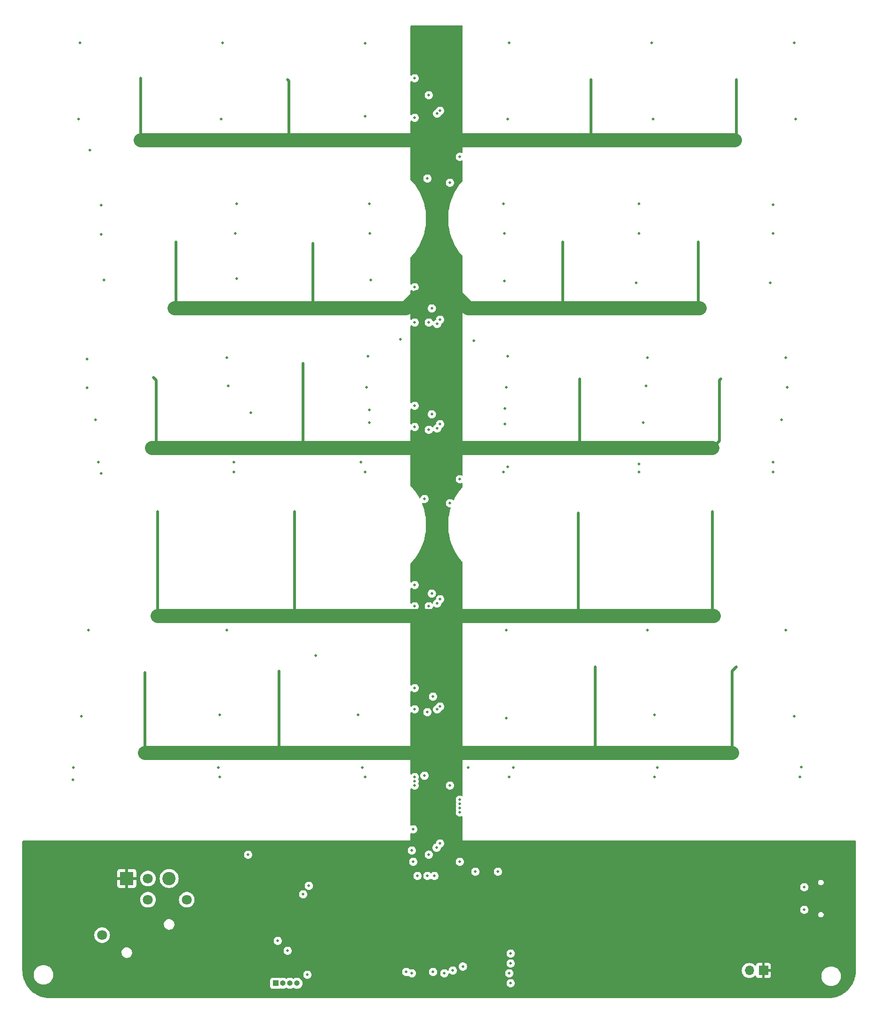
<source format=gbr>
%TF.GenerationSoftware,KiCad,Pcbnew,7.0.7*%
%TF.CreationDate,2024-03-09T11:29:05+01:00*%
%TF.ProjectId,button-board,62757474-6f6e-42d6-926f-6172642e6b69,rev?*%
%TF.SameCoordinates,Original*%
%TF.FileFunction,Copper,L2,Inr*%
%TF.FilePolarity,Positive*%
%FSLAX46Y46*%
G04 Gerber Fmt 4.6, Leading zero omitted, Abs format (unit mm)*
G04 Created by KiCad (PCBNEW 7.0.7) date 2024-03-09 11:29:05*
%MOMM*%
%LPD*%
G01*
G04 APERTURE LIST*
%TA.AperFunction,ComponentPad*%
%ADD10R,2.400000X2.400000*%
%TD*%
%TA.AperFunction,ComponentPad*%
%ADD11C,1.800000*%
%TD*%
%TA.AperFunction,ComponentPad*%
%ADD12C,2.400000*%
%TD*%
%TA.AperFunction,ComponentPad*%
%ADD13O,1.700000X1.700000*%
%TD*%
%TA.AperFunction,ComponentPad*%
%ADD14R,1.700000X1.700000*%
%TD*%
%TA.AperFunction,ComponentPad*%
%ADD15R,1.000000X1.000000*%
%TD*%
%TA.AperFunction,ComponentPad*%
%ADD16O,1.000000X1.000000*%
%TD*%
%TA.AperFunction,ViaPad*%
%ADD17C,0.500000*%
%TD*%
%TA.AperFunction,Conductor*%
%ADD18C,0.508000*%
%TD*%
%TA.AperFunction,Conductor*%
%ADD19C,2.540000*%
%TD*%
G04 APERTURE END LIST*
D10*
%TO.N,GND*%
%TO.C,J5*%
X14986000Y17323500D03*
D11*
%TO.N,/control/DMX.N*%
X18796000Y13513500D03*
%TO.N,/control/DMX.P*%
X18796000Y17323500D03*
%TO.N,Net-(J5-P3-Pad4)*%
X25776000Y13513500D03*
D12*
%TO.N,Net-(J5-P5)*%
X22606000Y17323500D03*
D11*
%TO.N,unconnected-(J5-PadG)*%
X10546000Y7153500D03*
%TD*%
D13*
%TO.N,+5V*%
%TO.C,J1*%
X127005000Y773000D03*
D14*
%TO.N,GND*%
X129545000Y773000D03*
%TD*%
D15*
%TO.N,/control/ESP_PROG.EN*%
%TO.C,J4*%
X41788000Y-1524000D03*
D16*
%TO.N,/control/ESP_PROG.IO0*%
X43058000Y-1524000D03*
%TO.N,/control/ESP_PROG.RX*%
X44328000Y-1524000D03*
%TO.N,/control/ESP_PROG.TX*%
X45598000Y-1524000D03*
%TD*%
D17*
%TO.N,+5V*%
X76454000Y37280000D03*
%TO.N,GND*%
X76708000Y40924400D03*
X73152000Y150114000D03*
%TO.N,+5V*%
X74930000Y147165800D03*
%TO.N,GND*%
X73152000Y144018000D03*
%TO.N,+5V*%
X74930000Y89154000D03*
%TO.N,GND*%
X76649500Y94711600D03*
X17526000Y161290000D03*
X43942000Y161036000D03*
X70866000Y161036000D03*
X71374000Y157226000D03*
X72390000Y155448000D03*
%TO.N,+5V*%
X66802000Y154178000D03*
%TO.N,GND*%
X68834000Y164338000D03*
%TO.N,+5V*%
X66802000Y161290000D03*
%TO.N,GND*%
X72644000Y166878000D03*
X98552000Y161036000D03*
X124714000Y161036000D03*
X23876000Y131826000D03*
X48514000Y131572000D03*
%TO.N,+5V*%
X66802000Y117348000D03*
X66802000Y123698000D03*
%TO.N,GND*%
X72136000Y119380000D03*
%TO.N,/display/led_row_2_3/LED_SER_OUT*%
X69880400Y119888250D03*
%TO.N,GND*%
X69342000Y132334000D03*
X72136000Y131826000D03*
X93472000Y131826000D03*
X117856000Y131826000D03*
X19812000Y107442000D03*
X46736000Y109982000D03*
%TO.N,Net-(P21-Pad1)*%
X58674000Y101600000D03*
X58674000Y99314000D03*
%TO.N,+5V*%
X66802000Y66294000D03*
%TO.N,GND*%
X72613600Y64516000D03*
X71912400Y71374000D03*
%TO.N,+5V*%
X66802000Y70104000D03*
X66802000Y98552000D03*
X66802000Y102362000D03*
%TO.N,GND*%
X72136000Y97790000D03*
X69342000Y111760000D03*
X69342000Y102362000D03*
X72136000Y112014000D03*
X96520000Y107188000D03*
X121920000Y107188000D03*
X42418000Y54610000D03*
X18288000Y54356000D03*
X20574000Y83312000D03*
X45212000Y83312000D03*
X96266000Y83058000D03*
X120396000Y83312000D03*
%TO.N,+5V*%
X66802000Y51562000D03*
X66548000Y26162000D03*
X66294000Y22352000D03*
X74930000Y20320000D03*
X66802000Y47752000D03*
%TO.N,GND*%
X71912400Y49530000D03*
X69565600Y54864000D03*
X72390000Y61214000D03*
X99314000Y55372000D03*
X124714000Y55372000D03*
X15494000Y23876000D03*
X42926000Y23876000D03*
X62230000Y-1270000D03*
X61976000Y16256000D03*
X77216000Y21590000D03*
X72136000Y27686000D03*
X67056000Y30226000D03*
X99568000Y23876000D03*
X125222000Y23622000D03*
%TO.N,Net-(U2-GPIO21)*%
X43942000Y4318000D03*
X42164000Y6096000D03*
%TO.N,+5V*%
X8382000Y148336000D03*
%TO.N,Net-(D28-K)*%
X10922000Y124968000D03*
X10361800Y133242322D03*
%TO.N,Net-(D29-K)*%
X34798000Y125222000D03*
X34548720Y133359442D03*
%TO.N,Net-(D30-K)*%
X58928000Y124968000D03*
X58735640Y133359442D03*
%TO.N,Net-(D31-K)*%
X82931000Y124841000D03*
X82922560Y133359442D03*
%TO.N,Net-(D32-K)*%
X106680000Y124460000D03*
X107109480Y133359442D03*
%TO.N,Net-(D33-K)*%
X131318000Y133350000D03*
X130810000Y124460000D03*
%TO.N,Net-(D27-K)*%
X132842000Y99822000D03*
X133858000Y105664000D03*
%TO.N,Net-(D26-K)*%
X108458000Y105918000D03*
X107950000Y99314000D03*
%TO.N,Net-(D25-K)*%
X83312000Y105664000D03*
X77470000Y114046000D03*
%TO.N,Net-(D24-K)*%
X64262000Y114300000D03*
X58166000Y105664000D03*
%TO.N,Net-(D23-K)*%
X37338000Y101092000D03*
X33274000Y105918000D03*
%TO.N,Net-(D22-K)*%
X9398000Y99822000D03*
X7861802Y105588643D03*
%TO.N,+5V*%
X36830000Y21590000D03*
%TO.N,GND*%
X72136000Y140970000D03*
X71912400Y82804000D03*
X72613600Y36068000D03*
%TO.N,+5V*%
X135128000Y167640000D03*
X109474000Y167640000D03*
X83820000Y167640000D03*
X57912000Y167609600D03*
X32258000Y167640000D03*
X6604000Y167640000D03*
X10414000Y138430000D03*
X34798000Y138684000D03*
X58674000Y138684000D03*
X82804000Y138684000D03*
X107188000Y138684000D03*
X131296402Y138584562D03*
X133604000Y110998000D03*
X108712000Y110998000D03*
X83566000Y111252000D03*
X58420000Y111252000D03*
X33020000Y110998000D03*
X7874000Y110744000D03*
X9906000Y92202000D03*
X34290000Y92202000D03*
X57150000Y92202000D03*
X83566000Y91409600D03*
X107188000Y91917600D03*
X131260000Y92202000D03*
X133604000Y61976000D03*
X108712000Y61976000D03*
X83312000Y61976000D03*
X49022000Y57404000D03*
X33020000Y61976000D03*
X8128000Y61976000D03*
X57404000Y37280000D03*
X31496000Y37280000D03*
X5392000Y37280000D03*
X84582000Y37280000D03*
X110490000Y37280000D03*
X136398000Y37338000D03*
X74930000Y29210000D03*
X66802000Y34036000D03*
X66802000Y34798000D03*
X66802000Y35560000D03*
X74930000Y31496000D03*
X74930000Y30734000D03*
X74930000Y29972000D03*
%TO.N,GND*%
X135890000Y6350000D03*
X64008000Y21336000D03*
X62230000Y21336000D03*
X35814000Y7112000D03*
X51816000Y12954000D03*
X73914000Y9906000D03*
X68834000Y9906000D03*
X68834000Y6604000D03*
X73914000Y6604000D03*
X98298000Y-2032000D03*
X98298000Y-254000D03*
X98298000Y1270000D03*
X115824000Y5080000D03*
X113030000Y5080000D03*
X108458000Y5080000D03*
X105664000Y5080000D03*
X103378000Y17526000D03*
X104394000Y14986000D03*
X107950000Y15748000D03*
X109812666Y15748000D03*
X111675332Y15748000D03*
X113538000Y15748000D03*
X116840000Y14732000D03*
X122936000Y17526000D03*
X135890000Y20828000D03*
X143510000Y23368000D03*
X141986000Y23368000D03*
X137668000Y10448900D03*
X137668000Y16916000D03*
%TO.N,/control/ESP_PROG.EN*%
X47752000Y16002000D03*
%TO.N,/control/SR.LATCH*%
X70358000Y17780000D03*
%TO.N,+3V3*%
X46736000Y14478000D03*
X77724000Y18542000D03*
X81788000Y18542000D03*
%TO.N,/control/SR.CLOCK*%
X69088000Y17780000D03*
%TO.N,/control/SR.DATA*%
X66548000Y20320000D03*
X67310000Y17780000D03*
%TO.N,/control/I2C.SCL*%
X65278000Y508000D03*
%TO.N,/control/I2C.SCK*%
X66294000Y254000D03*
%TO.N,+3V3*%
X47498000Y0D03*
%TO.N,/control/JTAG.TDI*%
X84074000Y-1524000D03*
X72136000Y254000D03*
%TO.N,/control/JTAG.TDO*%
X73660000Y762000D03*
X83820000Y254000D03*
%TO.N,/control/JTAG.TCK*%
X75453200Y1493600D03*
X84074000Y2032000D03*
%TO.N,/control/JTAG.TMS*%
X70104000Y508000D03*
X84074000Y3810000D03*
%TO.N,VBUS*%
X136906000Y11684000D03*
X136906000Y15748000D03*
%TO.N,/control/I2C.SCL*%
X68549100Y85598000D03*
%TO.N,/control/I2C.SCK*%
X73152000Y84836000D03*
X73152000Y34036000D03*
X73152000Y142494000D03*
%TO.N,/control/I2C.SCL*%
X68549100Y35814000D03*
X69088000Y143256000D03*
%TO.N,Net-(U8-SER)*%
X69342000Y158242000D03*
X69342000Y117348000D03*
%TO.N,/display/led_row_2_3/LED_SER_OUT*%
X69342000Y98044000D03*
%TO.N,Net-(U6-SER)*%
X69880400Y100838000D03*
X69342000Y66294000D03*
%TO.N,/display/led_row_0_1/LED_SER_OUT*%
X69880400Y68580000D03*
X69088000Y47244000D03*
%TO.N,Net-(U4-SER)*%
X70104000Y50038000D03*
X69342000Y21601000D03*
%TO.N,/control/SR.LATCH*%
X71374000Y117856000D03*
%TO.N,/control/SR.CLOCK*%
X70835100Y117094000D03*
%TO.N,/control/SR.LATCH*%
X71374000Y99060000D03*
%TO.N,/control/SR.CLOCK*%
X70835100Y98298000D03*
%TO.N,/control/SR.LATCH*%
X71374000Y67564000D03*
%TO.N,/control/SR.CLOCK*%
X70835600Y66802000D03*
X70835100Y47752000D03*
X70835600Y154940000D03*
X70738707Y22860000D03*
%TO.N,/control/SR.LATCH*%
X71374000Y48260000D03*
X71374000Y155448000D03*
X71374000Y23622000D03*
%TO.N,Net-(P36-Pad1)*%
X135382000Y153924000D03*
%TO.N,Net-(P35-Pad1)*%
X109728000Y153924000D03*
%TO.N,Net-(P34-Pad1)*%
X83566000Y153924000D03*
%TO.N,Net-(P32-Pad1)*%
X32004000Y153924000D03*
%TO.N,Net-(P33-Pad1)*%
X57912000Y154432000D03*
%TO.N,Net-(P31-Pad1)*%
X6350000Y153924000D03*
%TO.N,Net-(P13-Pad1)*%
X10414000Y90170000D03*
%TO.N,Net-(P14-Pad1)*%
X34290000Y90424000D03*
%TO.N,Net-(P15-Pad1)*%
X57912000Y90424000D03*
%TO.N,Net-(P16-Pad1)*%
X82804000Y90424000D03*
%TO.N,Net-(P17-Pad1)*%
X107188000Y90424000D03*
%TO.N,Net-(P18-Pad1)*%
X131318000Y90424000D03*
%TO.N,Net-(P22-Pad1)*%
X83058000Y101854000D03*
X83058000Y99060000D03*
%TO.N,Net-(P4-Pad1)*%
X83820000Y35560000D03*
%TO.N,Net-(P6-Pad1)*%
X136144000Y35560000D03*
%TO.N,Net-(P5-Pad1)*%
X109982000Y35560000D03*
%TO.N,Net-(P1-Pad1)*%
X5334000Y35052000D03*
%TO.N,Net-(P2-Pad1)*%
X31750000Y35560000D03*
%TO.N,Net-(P3-Pad1)*%
X57912000Y35560000D03*
%TO.N,Net-(P7-Pad1)*%
X6858000Y46482000D03*
%TO.N,Net-(P8-Pad1)*%
X31750000Y46736000D03*
%TO.N,Net-(P9-Pad1)*%
X56642000Y46736000D03*
%TO.N,Net-(P12-Pad1)*%
X135128000Y46482000D03*
%TO.N,Net-(P11-Pad1)*%
X109982000Y46736000D03*
%TO.N,Net-(P10-Pad1)*%
X83312000Y46197600D03*
%TD*%
D18*
%TO.N,GND*%
X19558000Y94742000D02*
X20320000Y95504000D01*
D19*
X46736000Y94742000D02*
X19558000Y94742000D01*
D18*
X20320000Y106934000D02*
X19812000Y107442000D01*
X20320000Y95504000D02*
X20320000Y106934000D01*
D19*
X98298000Y150114000D02*
X73152000Y150114000D01*
X73152000Y150114000D02*
X44196000Y150114000D01*
X44196000Y150114000D02*
X17526000Y150114000D01*
D18*
X17526000Y161290000D02*
X17526000Y150114000D01*
X43942000Y161036000D02*
X44196000Y160782000D01*
X44196000Y160782000D02*
X44196000Y150114000D01*
X98552000Y161036000D02*
X98552000Y150368000D01*
D19*
X124460000Y150114000D02*
X98298000Y150114000D01*
D18*
X98552000Y150368000D02*
X98298000Y150114000D01*
X124714000Y161036000D02*
X124714000Y150368000D01*
X124714000Y150368000D02*
X124460000Y150114000D01*
X23876000Y120142000D02*
X23622000Y119888000D01*
D19*
X48514000Y119888000D02*
X23622000Y119888000D01*
D18*
X23876000Y131826000D02*
X23876000Y120142000D01*
D19*
X65278000Y119888000D02*
X48514000Y119888000D01*
D18*
X48514000Y131572000D02*
X48514000Y119888000D01*
D19*
X76454000Y119888000D02*
X74422000Y121920000D01*
X74422000Y121920000D02*
X67310000Y121920000D01*
X67310000Y121920000D02*
X65278000Y119888000D01*
X93472000Y119888000D02*
X76454000Y119888000D01*
D18*
X93472000Y131826000D02*
X93472000Y119888000D01*
D19*
X118110000Y119888000D02*
X93472000Y119888000D01*
D18*
X117856000Y131826000D02*
X117856000Y120142000D01*
X117856000Y120142000D02*
X118110000Y119888000D01*
D19*
X96520000Y94742000D02*
X46736000Y94742000D01*
D18*
X46736000Y109982000D02*
X46736000Y94742000D01*
D19*
X120396000Y94742000D02*
X96520000Y94742000D01*
D18*
X96520000Y107188000D02*
X96520000Y94742000D01*
X121920000Y107188000D02*
X121666000Y106934000D01*
X121666000Y106934000D02*
X121666000Y96012000D01*
X121666000Y96012000D02*
X120396000Y94742000D01*
D19*
X99314000Y39878000D02*
X42418000Y39878000D01*
D18*
X42418000Y54610000D02*
X42418000Y39878000D01*
D19*
X42418000Y39878000D02*
X24638000Y39878000D01*
X24638000Y39878000D02*
X18288000Y39878000D01*
D18*
X18288000Y54356000D02*
X18288000Y39878000D01*
D19*
X45212000Y64516000D02*
X20574000Y64516000D01*
D18*
X20574000Y83312000D02*
X20574000Y64516000D01*
D19*
X96266000Y64516000D02*
X45212000Y64516000D01*
D18*
X45212000Y83312000D02*
X45212000Y64516000D01*
D19*
X120650000Y64516000D02*
X96266000Y64516000D01*
D18*
X96266000Y83058000D02*
X96266000Y64516000D01*
X120396000Y83312000D02*
X120396000Y64770000D01*
X120396000Y64770000D02*
X120650000Y64516000D01*
D19*
X123952000Y39878000D02*
X99314000Y39878000D01*
D18*
X99314000Y55372000D02*
X99314000Y39878000D01*
X124714000Y55372000D02*
X123952000Y54610000D01*
X123952000Y54610000D02*
X123952000Y39878000D01*
%TD*%
%TA.AperFunction,Conductor*%
%TO.N,GND*%
G36*
X75381039Y170769415D02*
G01*
X75426794Y170716611D01*
X75438000Y170665100D01*
X75438000Y147956769D01*
X75418315Y147889730D01*
X75365511Y147843975D01*
X75296353Y147834031D01*
X75260205Y147845046D01*
X75257700Y147846253D01*
X75098056Y147902115D01*
X74930003Y147921049D01*
X74929997Y147921049D01*
X74761943Y147902115D01*
X74602305Y147846255D01*
X74602302Y147846253D01*
X74459115Y147756282D01*
X74459109Y147756277D01*
X74339523Y147636691D01*
X74339518Y147636685D01*
X74249547Y147493498D01*
X74249545Y147493495D01*
X74193685Y147333857D01*
X74174751Y147165803D01*
X74174751Y147165798D01*
X74193685Y146997744D01*
X74249545Y146838106D01*
X74249547Y146838103D01*
X74339518Y146694916D01*
X74339523Y146694910D01*
X74459109Y146575324D01*
X74459115Y146575319D01*
X74602302Y146485348D01*
X74602305Y146485346D01*
X74602309Y146485345D01*
X74602310Y146485344D01*
X74645635Y146470184D01*
X74761943Y146429486D01*
X74929997Y146410551D01*
X74930000Y146410551D01*
X74930003Y146410551D01*
X75098056Y146429486D01*
X75098059Y146429487D01*
X75257690Y146485344D01*
X75257693Y146485347D01*
X75257696Y146485347D01*
X75260195Y146486550D01*
X75261971Y146486843D01*
X75264262Y146487644D01*
X75264402Y146487243D01*
X75329136Y146497905D01*
X75393271Y146470184D01*
X75432239Y146412190D01*
X75438000Y146374832D01*
X75438000Y142881870D01*
X75418315Y142814831D01*
X75407014Y142799868D01*
X75209250Y142575546D01*
X75140376Y142497424D01*
X74751488Y141996073D01*
X74394848Y141471293D01*
X74071863Y140925154D01*
X73796606Y140384933D01*
X73783805Y140359809D01*
X73683011Y140126888D01*
X73531817Y139777500D01*
X73316889Y139180514D01*
X73139870Y138571210D01*
X73001459Y137951993D01*
X72902202Y137325308D01*
X72891131Y137208188D01*
X72842489Y136693620D01*
X72822560Y136059442D01*
X72842489Y135425264D01*
X72842490Y135425258D01*
X72902202Y134793576D01*
X73001459Y134166891D01*
X73139870Y133547674D01*
X73316889Y132938370D01*
X73531817Y132341384D01*
X73683010Y131991997D01*
X73772936Y131784191D01*
X73783807Y131759071D01*
X74071863Y131193730D01*
X74394848Y130647591D01*
X74751488Y130122811D01*
X74842336Y130005691D01*
X75140380Y129621455D01*
X75407014Y129319019D01*
X75436582Y129255714D01*
X75438000Y129237016D01*
X75438000Y89944969D01*
X75418315Y89877930D01*
X75365511Y89832175D01*
X75296353Y89822231D01*
X75260205Y89833246D01*
X75257700Y89834453D01*
X75098056Y89890315D01*
X74930003Y89909249D01*
X74929997Y89909249D01*
X74761943Y89890315D01*
X74602305Y89834455D01*
X74602302Y89834453D01*
X74459115Y89744482D01*
X74459109Y89744477D01*
X74339523Y89624891D01*
X74339518Y89624885D01*
X74249547Y89481698D01*
X74249545Y89481695D01*
X74193685Y89322057D01*
X74174751Y89154003D01*
X74174751Y89153998D01*
X74193685Y88985944D01*
X74249545Y88826306D01*
X74249547Y88826303D01*
X74339518Y88683116D01*
X74339523Y88683110D01*
X74459109Y88563524D01*
X74459115Y88563519D01*
X74602302Y88473548D01*
X74602305Y88473546D01*
X74602309Y88473545D01*
X74602310Y88473544D01*
X74645635Y88458384D01*
X74761943Y88417686D01*
X74929997Y88398751D01*
X74930000Y88398751D01*
X74930003Y88398751D01*
X75098056Y88417686D01*
X75098059Y88417687D01*
X75257690Y88473544D01*
X75257693Y88473547D01*
X75257696Y88473547D01*
X75260195Y88474750D01*
X75261971Y88475043D01*
X75264262Y88475844D01*
X75264402Y88475443D01*
X75329136Y88486105D01*
X75393271Y88458384D01*
X75432239Y88400390D01*
X75438000Y88363032D01*
X75437999Y87808752D01*
X75418314Y87741712D01*
X75407013Y87726750D01*
X75140373Y87424303D01*
X75140374Y87424303D01*
X74751488Y86922955D01*
X74394848Y86398175D01*
X74071863Y85852036D01*
X73942427Y85598003D01*
X73854156Y85424763D01*
X73806181Y85373967D01*
X73738360Y85357172D01*
X73672225Y85379710D01*
X73655990Y85393377D01*
X73622890Y85426477D01*
X73622884Y85426482D01*
X73479697Y85516453D01*
X73479694Y85516455D01*
X73320056Y85572315D01*
X73152003Y85591249D01*
X73151997Y85591249D01*
X72983943Y85572315D01*
X72824305Y85516455D01*
X72824302Y85516453D01*
X72681115Y85426482D01*
X72681109Y85426477D01*
X72561523Y85306891D01*
X72561518Y85306885D01*
X72471547Y85163698D01*
X72471545Y85163695D01*
X72415685Y85004057D01*
X72396751Y84836003D01*
X72396751Y84835998D01*
X72415685Y84667944D01*
X72471545Y84508306D01*
X72471547Y84508303D01*
X72561518Y84365116D01*
X72561523Y84365110D01*
X72681109Y84245524D01*
X72681115Y84245519D01*
X72824302Y84155548D01*
X72824305Y84155546D01*
X72824309Y84155545D01*
X72824310Y84155544D01*
X72961904Y84107398D01*
X72983944Y84099686D01*
X73157911Y84080085D01*
X73222325Y84053019D01*
X73261880Y83995424D01*
X73264018Y83925587D01*
X73263104Y83922270D01*
X73214809Y83756036D01*
X73139870Y83498092D01*
X73001459Y82878875D01*
X72902202Y82252190D01*
X72868988Y81900830D01*
X72842489Y81620502D01*
X72822560Y80986324D01*
X72842489Y80352146D01*
X72842490Y80352140D01*
X72902202Y79720458D01*
X73001459Y79093773D01*
X73139870Y78474556D01*
X73316889Y77865252D01*
X73531817Y77268266D01*
X73783807Y76685953D01*
X74071863Y76120612D01*
X74394848Y75574473D01*
X74751488Y75049693D01*
X75024031Y74698333D01*
X75140380Y74548337D01*
X75407014Y74245901D01*
X75436582Y74182596D01*
X75438000Y74163898D01*
X75438000Y32286969D01*
X75418315Y32219930D01*
X75365511Y32174175D01*
X75296353Y32164231D01*
X75260205Y32175246D01*
X75257700Y32176453D01*
X75098056Y32232315D01*
X74930003Y32251249D01*
X74929997Y32251249D01*
X74761943Y32232315D01*
X74602305Y32176455D01*
X74602302Y32176453D01*
X74459115Y32086482D01*
X74459109Y32086477D01*
X74339523Y31966891D01*
X74339518Y31966885D01*
X74249547Y31823698D01*
X74249545Y31823695D01*
X74193685Y31664057D01*
X74174751Y31496003D01*
X74174751Y31495998D01*
X74193685Y31327944D01*
X74251844Y31161738D01*
X74250547Y31161285D01*
X74260656Y31099844D01*
X74251425Y31068409D01*
X74251844Y31068262D01*
X74249544Y31061692D01*
X74249544Y31061690D01*
X74238954Y31031427D01*
X74193685Y30902057D01*
X74174751Y30734003D01*
X74174751Y30733998D01*
X74193685Y30565944D01*
X74251844Y30399738D01*
X74250547Y30399285D01*
X74260656Y30337844D01*
X74251425Y30306409D01*
X74251844Y30306262D01*
X74193685Y30140057D01*
X74174751Y29972003D01*
X74174751Y29971998D01*
X74193685Y29803944D01*
X74251844Y29637738D01*
X74250547Y29637285D01*
X74260656Y29575844D01*
X74251425Y29544409D01*
X74251844Y29544262D01*
X74193685Y29378057D01*
X74174751Y29210003D01*
X74174751Y29209998D01*
X74193685Y29041944D01*
X74249545Y28882306D01*
X74249547Y28882303D01*
X74339518Y28739116D01*
X74339523Y28739110D01*
X74459109Y28619524D01*
X74459115Y28619519D01*
X74602302Y28529548D01*
X74602305Y28529546D01*
X74602309Y28529545D01*
X74602310Y28529544D01*
X74645635Y28514384D01*
X74761943Y28473686D01*
X74929997Y28454751D01*
X74930000Y28454751D01*
X74930003Y28454751D01*
X75098056Y28473686D01*
X75098059Y28473687D01*
X75257690Y28529544D01*
X75257693Y28529547D01*
X75257696Y28529547D01*
X75260195Y28530750D01*
X75261971Y28531043D01*
X75264262Y28531844D01*
X75264402Y28531443D01*
X75329136Y28542105D01*
X75393271Y28514384D01*
X75432239Y28456390D01*
X75438000Y28419032D01*
X75438000Y24130000D01*
X146065100Y24130000D01*
X146132139Y24110315D01*
X146177894Y24057511D01*
X146189100Y24006000D01*
X146189100Y790000D01*
X146180113Y572729D01*
X146171439Y374082D01*
X146171022Y369116D01*
X146144124Y153320D01*
X146117715Y-47265D01*
X146116926Y-51897D01*
X146072418Y-264173D01*
X146028443Y-462526D01*
X146027335Y-466798D01*
X145965499Y-674503D01*
X145904281Y-868658D01*
X145902909Y-872552D01*
X145824136Y-1074433D01*
X145746124Y-1262769D01*
X145744544Y-1266274D01*
X145649350Y-1460992D01*
X145555125Y-1641998D01*
X145553391Y-1645107D01*
X145442397Y-1831382D01*
X145332640Y-2003663D01*
X145330809Y-2006377D01*
X145204762Y-2182918D01*
X145080316Y-2345099D01*
X145078439Y-2347426D01*
X144938157Y-2513059D01*
X144799026Y-2664895D01*
X144644495Y-2819426D01*
X144492659Y-2958557D01*
X144327026Y-3098839D01*
X144324699Y-3100716D01*
X144162518Y-3225162D01*
X143985977Y-3351209D01*
X143983263Y-3353040D01*
X143810982Y-3462797D01*
X143624707Y-3573791D01*
X143621598Y-3575525D01*
X143440592Y-3669750D01*
X143245874Y-3764944D01*
X143242369Y-3766524D01*
X143054033Y-3844536D01*
X142852152Y-3923309D01*
X142848258Y-3924681D01*
X142654103Y-3985899D01*
X142446398Y-4047735D01*
X142442126Y-4048843D01*
X142243773Y-4092818D01*
X142031497Y-4137326D01*
X142026865Y-4138115D01*
X141826280Y-4164524D01*
X141610484Y-4191422D01*
X141605518Y-4191839D01*
X141406871Y-4200513D01*
X141189600Y-4209500D01*
X1190000Y-4209500D01*
X972728Y-4200513D01*
X774080Y-4191839D01*
X769114Y-4191422D01*
X553319Y-4164524D01*
X352733Y-4138115D01*
X348101Y-4137326D01*
X135826Y-4092818D01*
X-62528Y-4048843D01*
X-66800Y-4047735D01*
X-274504Y-3985899D01*
X-468660Y-3924681D01*
X-472555Y-3923309D01*
X-674434Y-3844536D01*
X-862771Y-3766524D01*
X-866256Y-3764953D01*
X-925497Y-3735992D01*
X-1060993Y-3669750D01*
X-1242000Y-3575525D01*
X-1245109Y-3573791D01*
X-1431383Y-3462797D01*
X-1603665Y-3353040D01*
X-1606379Y-3351209D01*
X-1782919Y-3225162D01*
X-1945100Y-3100716D01*
X-1947428Y-3098839D01*
X-2113060Y-2958557D01*
X-2264897Y-2819424D01*
X-2419426Y-2664895D01*
X-2558561Y-2513055D01*
X-2698841Y-2347426D01*
X-2700718Y-2345098D01*
X-2825163Y-2182918D01*
X-2904450Y-2071870D01*
X40787500Y-2071870D01*
X40787501Y-2071876D01*
X40793908Y-2131483D01*
X40844202Y-2266328D01*
X40844206Y-2266335D01*
X40930452Y-2381544D01*
X40930455Y-2381547D01*
X41045664Y-2467793D01*
X41045671Y-2467797D01*
X41180517Y-2518091D01*
X41180516Y-2518091D01*
X41187444Y-2518835D01*
X41240127Y-2524500D01*
X42335872Y-2524499D01*
X42395483Y-2518091D01*
X42530331Y-2467796D01*
X42538379Y-2461770D01*
X42603842Y-2437351D01*
X42667474Y-2450895D01*
X42667645Y-2450483D01*
X42669875Y-2451406D01*
X42671146Y-2451677D01*
X42673273Y-2452814D01*
X42861868Y-2510024D01*
X43058000Y-2529341D01*
X43254132Y-2510024D01*
X43442727Y-2452814D01*
X43616538Y-2359910D01*
X43616544Y-2359904D01*
X43621607Y-2356523D01*
X43622706Y-2358168D01*
X43678614Y-2334408D01*
X43747485Y-2346183D01*
X43764155Y-2356891D01*
X43764399Y-2356527D01*
X43769458Y-2359907D01*
X43769462Y-2359910D01*
X43769464Y-2359911D01*
X43769467Y-2359913D01*
X43943266Y-2452811D01*
X43943269Y-2452811D01*
X43943273Y-2452814D01*
X44131868Y-2510024D01*
X44328000Y-2529341D01*
X44524132Y-2510024D01*
X44712727Y-2452814D01*
X44886538Y-2359910D01*
X44886544Y-2359904D01*
X44891607Y-2356523D01*
X44892706Y-2358168D01*
X44948614Y-2334408D01*
X45017485Y-2346183D01*
X45034149Y-2356887D01*
X45034393Y-2356523D01*
X45039458Y-2359907D01*
X45039462Y-2359910D01*
X45184344Y-2437351D01*
X45211147Y-2451678D01*
X45213273Y-2452814D01*
X45401868Y-2510024D01*
X45598000Y-2529341D01*
X45794132Y-2510024D01*
X45982727Y-2452814D01*
X45984853Y-2451678D01*
X46116060Y-2381546D01*
X46156538Y-2359910D01*
X46308883Y-2234883D01*
X46433910Y-2082538D01*
X46526814Y-1908727D01*
X46584024Y-1720132D01*
X46603341Y-1524002D01*
X83318751Y-1524002D01*
X83337685Y-1692056D01*
X83393545Y-1851694D01*
X83393547Y-1851697D01*
X83483518Y-1994884D01*
X83483523Y-1994890D01*
X83603109Y-2114476D01*
X83603115Y-2114481D01*
X83746302Y-2204452D01*
X83746305Y-2204454D01*
X83746309Y-2204455D01*
X83746310Y-2204456D01*
X83818913Y-2229860D01*
X83905943Y-2260314D01*
X84073997Y-2279249D01*
X84074000Y-2279249D01*
X84074003Y-2279249D01*
X84242056Y-2260314D01*
X84242059Y-2260313D01*
X84401690Y-2204456D01*
X84401692Y-2204454D01*
X84401694Y-2204454D01*
X84401697Y-2204452D01*
X84544884Y-2114481D01*
X84544885Y-2114480D01*
X84544890Y-2114477D01*
X84664477Y-1994890D01*
X84664481Y-1994884D01*
X84754452Y-1851697D01*
X84754454Y-1851694D01*
X84754454Y-1851692D01*
X84754456Y-1851690D01*
X84810313Y-1692059D01*
X84810313Y-1692058D01*
X84810314Y-1692056D01*
X84829249Y-1524002D01*
X84829249Y-1523997D01*
X84810314Y-1355943D01*
X84754454Y-1196305D01*
X84754452Y-1196302D01*
X84664481Y-1053115D01*
X84664476Y-1053109D01*
X84544890Y-933523D01*
X84544884Y-933518D01*
X84401697Y-843547D01*
X84401694Y-843545D01*
X84242056Y-787685D01*
X84074003Y-768751D01*
X84073997Y-768751D01*
X83905943Y-787685D01*
X83746305Y-843545D01*
X83746302Y-843547D01*
X83603115Y-933518D01*
X83603109Y-933523D01*
X83483523Y-1053109D01*
X83483518Y-1053115D01*
X83393547Y-1196302D01*
X83393545Y-1196305D01*
X83337685Y-1355943D01*
X83318751Y-1523997D01*
X83318751Y-1524002D01*
X46603341Y-1524002D01*
X46603341Y-1524000D01*
X46584024Y-1327868D01*
X46526814Y-1139273D01*
X46526811Y-1139269D01*
X46526811Y-1139266D01*
X46433913Y-965467D01*
X46433909Y-965460D01*
X46308883Y-813116D01*
X46156539Y-688090D01*
X46156532Y-688086D01*
X45982733Y-595188D01*
X45982727Y-595186D01*
X45794132Y-537976D01*
X45794129Y-537975D01*
X45598000Y-518659D01*
X45401870Y-537975D01*
X45213266Y-595188D01*
X45039467Y-688086D01*
X45034399Y-691473D01*
X45033307Y-689839D01*
X44977311Y-713599D01*
X44908448Y-701784D01*
X44891844Y-691109D01*
X44891601Y-691473D01*
X44886532Y-688086D01*
X44712733Y-595188D01*
X44712727Y-595186D01*
X44524132Y-537976D01*
X44524129Y-537975D01*
X44328000Y-518659D01*
X44131870Y-537975D01*
X43943266Y-595188D01*
X43769467Y-688086D01*
X43764399Y-691473D01*
X43763305Y-689836D01*
X43707337Y-713596D01*
X43638471Y-701795D01*
X43621843Y-691109D01*
X43621601Y-691473D01*
X43616532Y-688086D01*
X43442733Y-595188D01*
X43442727Y-595186D01*
X43254132Y-537976D01*
X43254129Y-537975D01*
X43058000Y-518659D01*
X42861870Y-537975D01*
X42782464Y-562063D01*
X42673273Y-595186D01*
X42673272Y-595186D01*
X42673267Y-595188D01*
X42671143Y-596324D01*
X42669898Y-596583D01*
X42667641Y-597518D01*
X42667463Y-597089D01*
X42602740Y-610564D01*
X42538382Y-586231D01*
X42530331Y-580204D01*
X42530328Y-580202D01*
X42395482Y-529908D01*
X42395483Y-529908D01*
X42335883Y-523501D01*
X42335881Y-523500D01*
X42335873Y-523500D01*
X42335864Y-523500D01*
X41240129Y-523500D01*
X41240123Y-523501D01*
X41180516Y-529908D01*
X41045671Y-580202D01*
X41045664Y-580206D01*
X40930455Y-666452D01*
X40930452Y-666455D01*
X40844206Y-781664D01*
X40844202Y-781671D01*
X40793908Y-916517D01*
X40787501Y-976116D01*
X40787500Y-976135D01*
X40787500Y-2071870D01*
X-2904450Y-2071870D01*
X-2951211Y-2006377D01*
X-2953043Y-2003662D01*
X-3062798Y-1831382D01*
X-3173793Y-1645107D01*
X-3175527Y-1641998D01*
X-3269751Y-1460992D01*
X-3334833Y-1327868D01*
X-3364955Y-1266252D01*
X-3366506Y-1262817D01*
X-3444537Y-1074433D01*
X-3523320Y-872530D01*
X-3524683Y-868658D01*
X-3552112Y-781664D01*
X-3585900Y-674503D01*
X-3647743Y-466778D01*
X-3648845Y-462526D01*
X-3655128Y-434187D01*
X-3692825Y-264145D01*
X-3696368Y-247249D01*
X-3720703Y-131187D01*
X-1750500Y-131187D01*
X-1734542Y-237057D01*
X-1711396Y-390615D01*
X-1711395Y-390617D01*
X-1711394Y-390623D01*
X-1634062Y-641326D01*
X-1520233Y-877696D01*
X-1520232Y-877697D01*
X-1520230Y-877700D01*
X-1520228Y-877704D01*
X-1386113Y-1074414D01*
X-1372433Y-1094479D01*
X-1193986Y-1286801D01*
X-1193982Y-1286804D01*
X-1193981Y-1286805D01*
X-988857Y-1450386D01*
X-761643Y-1581568D01*
X-517416Y-1677420D01*
X-261630Y-1735802D01*
X-261624Y-1735802D01*
X-261621Y-1735803D01*
X-65500Y-1750500D01*
X-65494Y-1750500D01*
X65500Y-1750500D01*
X261620Y-1735803D01*
X261622Y-1735802D01*
X261630Y-1735802D01*
X517416Y-1677420D01*
X761643Y-1581568D01*
X988857Y-1450386D01*
X1193981Y-1286805D01*
X1372433Y-1094479D01*
X1520228Y-877704D01*
X1634063Y-641323D01*
X1711396Y-390615D01*
X1750500Y-131182D01*
X1750500Y-2D01*
X46742751Y-2D01*
X46761685Y-168056D01*
X46817545Y-327694D01*
X46817547Y-327697D01*
X46907518Y-470884D01*
X46907523Y-470890D01*
X47027109Y-590476D01*
X47027115Y-590481D01*
X47170302Y-680452D01*
X47170305Y-680454D01*
X47170309Y-680455D01*
X47170310Y-680456D01*
X47200755Y-691109D01*
X47329943Y-736314D01*
X47497997Y-755249D01*
X47498000Y-755249D01*
X47498003Y-755249D01*
X47666056Y-736314D01*
X47666059Y-736313D01*
X47825690Y-680456D01*
X47825692Y-680454D01*
X47825694Y-680454D01*
X47825697Y-680452D01*
X47968884Y-590481D01*
X47968885Y-590480D01*
X47968890Y-590477D01*
X48088477Y-470890D01*
X48091048Y-466798D01*
X48178452Y-327697D01*
X48178454Y-327694D01*
X48178454Y-327692D01*
X48178456Y-327690D01*
X48234313Y-168059D01*
X48234313Y-168058D01*
X48234314Y-168056D01*
X48253249Y-2D01*
X48253249Y3D01*
X48234314Y168057D01*
X48178454Y327695D01*
X48178452Y327698D01*
X48088481Y470885D01*
X48088476Y470891D01*
X48051369Y507998D01*
X64522751Y507998D01*
X64541685Y339944D01*
X64597545Y180306D01*
X64597547Y180303D01*
X64687518Y37116D01*
X64687523Y37110D01*
X64807109Y-82476D01*
X64807115Y-82481D01*
X64950302Y-172452D01*
X64950305Y-172454D01*
X64950309Y-172455D01*
X64950310Y-172456D01*
X64993384Y-187528D01*
X65109943Y-228314D01*
X65277997Y-247249D01*
X65278000Y-247249D01*
X65278003Y-247249D01*
X65446059Y-228313D01*
X65446061Y-228313D01*
X65571705Y-184348D01*
X65641484Y-180786D01*
X65700341Y-213708D01*
X65823109Y-336476D01*
X65823115Y-336481D01*
X65966302Y-426452D01*
X65966305Y-426454D01*
X65966309Y-426455D01*
X65966310Y-426456D01*
X65988413Y-434190D01*
X66125943Y-482314D01*
X66293997Y-501249D01*
X66294000Y-501249D01*
X66294003Y-501249D01*
X66462056Y-482314D01*
X66494721Y-470884D01*
X66621690Y-426456D01*
X66621692Y-426454D01*
X66621694Y-426454D01*
X66621697Y-426452D01*
X66764884Y-336481D01*
X66764885Y-336480D01*
X66764890Y-336477D01*
X66884477Y-216890D01*
X66884481Y-216884D01*
X66974452Y-73697D01*
X66974454Y-73694D01*
X66974454Y-73692D01*
X66974456Y-73690D01*
X67030313Y85941D01*
X67030313Y85942D01*
X67030314Y85944D01*
X67049249Y253998D01*
X67049249Y254003D01*
X67030314Y422057D01*
X67000242Y507998D01*
X69348751Y507998D01*
X69367685Y339944D01*
X69423545Y180306D01*
X69423547Y180303D01*
X69513518Y37116D01*
X69513523Y37110D01*
X69633109Y-82476D01*
X69633115Y-82481D01*
X69776302Y-172452D01*
X69776305Y-172454D01*
X69776309Y-172455D01*
X69776310Y-172456D01*
X69819384Y-187528D01*
X69935943Y-228314D01*
X70103997Y-247249D01*
X70104000Y-247249D01*
X70104003Y-247249D01*
X70272056Y-228314D01*
X70304721Y-216884D01*
X70431690Y-172456D01*
X70431692Y-172454D01*
X70431694Y-172454D01*
X70431697Y-172452D01*
X70574884Y-82481D01*
X70574885Y-82480D01*
X70574890Y-82477D01*
X70694477Y37110D01*
X70722398Y81546D01*
X70784452Y180303D01*
X70784454Y180306D01*
X70784454Y180308D01*
X70784456Y180310D01*
X70810240Y253998D01*
X71380751Y253998D01*
X71399685Y85944D01*
X71455545Y-73694D01*
X71455547Y-73697D01*
X71545518Y-216884D01*
X71545523Y-216890D01*
X71665109Y-336476D01*
X71665115Y-336481D01*
X71808302Y-426452D01*
X71808305Y-426454D01*
X71808309Y-426455D01*
X71808310Y-426456D01*
X71830413Y-434190D01*
X71967943Y-482314D01*
X72135997Y-501249D01*
X72136000Y-501249D01*
X72136003Y-501249D01*
X72304056Y-482314D01*
X72336721Y-470884D01*
X72463690Y-426456D01*
X72463692Y-426454D01*
X72463694Y-426454D01*
X72463697Y-426452D01*
X72606884Y-336481D01*
X72606885Y-336480D01*
X72606890Y-336477D01*
X72726477Y-216890D01*
X72726481Y-216884D01*
X72816452Y-73697D01*
X72816454Y-73694D01*
X72816454Y-73692D01*
X72816456Y-73690D01*
X72872313Y85941D01*
X72872313Y85943D01*
X72872314Y85945D01*
X72884230Y191704D01*
X72911296Y256118D01*
X72968891Y295673D01*
X73038728Y297811D01*
X73095131Y265502D01*
X73189109Y171524D01*
X73189115Y171519D01*
X73332302Y81548D01*
X73332305Y81546D01*
X73332309Y81545D01*
X73332310Y81544D01*
X73404913Y56140D01*
X73491943Y25686D01*
X73659997Y6751D01*
X73660000Y6751D01*
X73660003Y6751D01*
X73828056Y25686D01*
X73860721Y37116D01*
X73987690Y81544D01*
X73987692Y81546D01*
X73987694Y81546D01*
X73987697Y81548D01*
X74130884Y171519D01*
X74130885Y171520D01*
X74130890Y171523D01*
X74213365Y253998D01*
X83064751Y253998D01*
X83083685Y85944D01*
X83139545Y-73694D01*
X83139547Y-73697D01*
X83229518Y-216884D01*
X83229523Y-216890D01*
X83349109Y-336476D01*
X83349115Y-336481D01*
X83492302Y-426452D01*
X83492305Y-426454D01*
X83492309Y-426455D01*
X83492310Y-426456D01*
X83514413Y-434190D01*
X83651943Y-482314D01*
X83819997Y-501249D01*
X83820000Y-501249D01*
X83820003Y-501249D01*
X83988056Y-482314D01*
X84020721Y-470884D01*
X84147690Y-426456D01*
X84147692Y-426454D01*
X84147694Y-426454D01*
X84147697Y-426452D01*
X84290884Y-336481D01*
X84290885Y-336480D01*
X84290890Y-336477D01*
X84410477Y-216890D01*
X84410481Y-216884D01*
X84500452Y-73697D01*
X84500454Y-73694D01*
X84500454Y-73692D01*
X84500456Y-73690D01*
X84556313Y85941D01*
X84556313Y85942D01*
X84556314Y85944D01*
X84575249Y253998D01*
X84575249Y254003D01*
X84556314Y422057D01*
X84506941Y563156D01*
X84500456Y581690D01*
X84500455Y581691D01*
X84500454Y581695D01*
X84500452Y581698D01*
X84410481Y724885D01*
X84410476Y724891D01*
X84362367Y773000D01*
X125649341Y773000D01*
X125669936Y537597D01*
X125669938Y537587D01*
X125731094Y309345D01*
X125731096Y309341D01*
X125731097Y309337D01*
X125814172Y131183D01*
X125830965Y95170D01*
X125830967Y95166D01*
X125939281Y-59521D01*
X125966505Y-98401D01*
X126133599Y-265495D01*
X126210135Y-319086D01*
X126327165Y-401032D01*
X126327167Y-401033D01*
X126327170Y-401035D01*
X126541337Y-500903D01*
X126769592Y-562063D01*
X126940319Y-577000D01*
X127004999Y-582659D01*
X127005000Y-582659D01*
X127005001Y-582659D01*
X127069681Y-577000D01*
X127240408Y-562063D01*
X127468663Y-500903D01*
X127682830Y-401035D01*
X127876401Y-265495D01*
X127998717Y-143178D01*
X128060036Y-109696D01*
X128129728Y-114680D01*
X128185662Y-156551D01*
X128202577Y-187528D01*
X128251646Y-319088D01*
X128251649Y-319093D01*
X128337809Y-434187D01*
X128337812Y-434190D01*
X128452906Y-520350D01*
X128452913Y-520354D01*
X128587620Y-570596D01*
X128587627Y-570598D01*
X128647155Y-576999D01*
X128647172Y-577000D01*
X129295000Y-577000D01*
X129295000Y160699D01*
X129314685Y227738D01*
X129367489Y273493D01*
X129436647Y283437D01*
X129509237Y273000D01*
X129509238Y273000D01*
X129580762Y273000D01*
X129580763Y273000D01*
X129653353Y283437D01*
X129722512Y273493D01*
X129775315Y227738D01*
X129795000Y160699D01*
X129795000Y-577000D01*
X130442828Y-577000D01*
X130442844Y-576999D01*
X130502372Y-570598D01*
X130502379Y-570596D01*
X130637086Y-520354D01*
X130637093Y-520350D01*
X130752187Y-434190D01*
X130752190Y-434187D01*
X130788872Y-385187D01*
X139981500Y-385187D01*
X139998942Y-500901D01*
X140020604Y-644615D01*
X140020605Y-644617D01*
X140020606Y-644623D01*
X140097938Y-895326D01*
X140211767Y-1131696D01*
X140211768Y-1131697D01*
X140211770Y-1131700D01*
X140211772Y-1131704D01*
X140345515Y-1327868D01*
X140359567Y-1348479D01*
X140538014Y-1540801D01*
X140538018Y-1540804D01*
X140538019Y-1540805D01*
X140743143Y-1704386D01*
X140970357Y-1835568D01*
X141214584Y-1931420D01*
X141470370Y-1989802D01*
X141470376Y-1989802D01*
X141470379Y-1989803D01*
X141666500Y-2004500D01*
X141666506Y-2004500D01*
X141797500Y-2004500D01*
X141993620Y-1989803D01*
X141993622Y-1989802D01*
X141993630Y-1989802D01*
X142249416Y-1931420D01*
X142493643Y-1835568D01*
X142720857Y-1704386D01*
X142925981Y-1540805D01*
X143104433Y-1348479D01*
X143252228Y-1131704D01*
X143366063Y-895323D01*
X143443396Y-644615D01*
X143482500Y-385182D01*
X143482500Y-122818D01*
X143443396Y136615D01*
X143366063Y387323D01*
X143307947Y508003D01*
X143252232Y623697D01*
X143252231Y623698D01*
X143252230Y623699D01*
X143252228Y623704D01*
X143104433Y840479D01*
X143069899Y877698D01*
X142925985Y1032802D01*
X142843631Y1098477D01*
X142720857Y1196386D01*
X142493643Y1327568D01*
X142249416Y1423420D01*
X142249411Y1423422D01*
X142249402Y1423424D01*
X142031818Y1473086D01*
X141993630Y1481802D01*
X141993629Y1481803D01*
X141993625Y1481803D01*
X141993620Y1481804D01*
X141797500Y1496500D01*
X141797494Y1496500D01*
X141666506Y1496500D01*
X141666500Y1496500D01*
X141470379Y1481804D01*
X141470374Y1481803D01*
X141214597Y1423424D01*
X141214578Y1423418D01*
X140970356Y1327568D01*
X140743143Y1196386D01*
X140538014Y1032802D01*
X140359567Y840480D01*
X140211768Y623698D01*
X140211767Y623697D01*
X140097938Y387327D01*
X140020606Y136624D01*
X140020605Y136619D01*
X140020604Y136615D01*
X140012966Y85941D01*
X139981500Y-122812D01*
X139981500Y-385187D01*
X130788872Y-385187D01*
X130838350Y-319093D01*
X130838354Y-319086D01*
X130888596Y-184379D01*
X130888598Y-184372D01*
X130894999Y-124844D01*
X130895000Y-124827D01*
X130895000Y523000D01*
X130158347Y523000D01*
X130091308Y542685D01*
X130045553Y595489D01*
X130035609Y664647D01*
X130039369Y681933D01*
X130045000Y701112D01*
X130045000Y844889D01*
X130039369Y864067D01*
X130039370Y933936D01*
X130077145Y992714D01*
X130140701Y1021738D01*
X130158347Y1023000D01*
X130895000Y1023000D01*
X130895000Y1670828D01*
X130894999Y1670845D01*
X130888598Y1730373D01*
X130888596Y1730380D01*
X130838354Y1865087D01*
X130838350Y1865094D01*
X130752190Y1980188D01*
X130752187Y1980191D01*
X130637093Y2066351D01*
X130637086Y2066355D01*
X130502379Y2116597D01*
X130502372Y2116599D01*
X130442844Y2123000D01*
X129795000Y2123000D01*
X129795000Y1385302D01*
X129775315Y1318263D01*
X129722511Y1272508D01*
X129653355Y1262564D01*
X129580766Y1273000D01*
X129580763Y1273000D01*
X129509237Y1273000D01*
X129509233Y1273000D01*
X129436645Y1262564D01*
X129367487Y1272508D01*
X129314684Y1318264D01*
X129295000Y1385302D01*
X129295000Y2123000D01*
X128647155Y2123000D01*
X128587627Y2116599D01*
X128587620Y2116597D01*
X128452913Y2066355D01*
X128452906Y2066351D01*
X128337812Y1980191D01*
X128337809Y1980188D01*
X128251649Y1865094D01*
X128251645Y1865087D01*
X128202578Y1733530D01*
X128160707Y1677596D01*
X128095242Y1653179D01*
X128026969Y1668031D01*
X127998715Y1689181D01*
X127952092Y1735804D01*
X127876401Y1811495D01*
X127876397Y1811498D01*
X127876396Y1811499D01*
X127682834Y1947033D01*
X127682830Y1947035D01*
X127645398Y1964490D01*
X127468663Y2046903D01*
X127468659Y2046904D01*
X127468655Y2046906D01*
X127240413Y2108062D01*
X127240403Y2108064D01*
X127005001Y2128659D01*
X127004999Y2128659D01*
X126769596Y2108064D01*
X126769586Y2108062D01*
X126541344Y2046906D01*
X126541335Y2046902D01*
X126327171Y1947036D01*
X126327169Y1947035D01*
X126133597Y1811495D01*
X125966505Y1644403D01*
X125830965Y1450831D01*
X125830964Y1450829D01*
X125731098Y1236665D01*
X125731094Y1236656D01*
X125669938Y1008414D01*
X125669936Y1008404D01*
X125649341Y773001D01*
X125649341Y773000D01*
X84362367Y773000D01*
X84290890Y844477D01*
X84290884Y844482D01*
X84147697Y934453D01*
X84147694Y934455D01*
X83988056Y990315D01*
X83820003Y1009249D01*
X83819997Y1009249D01*
X83651943Y990315D01*
X83492305Y934455D01*
X83492302Y934453D01*
X83349115Y844482D01*
X83349109Y844477D01*
X83229523Y724891D01*
X83229518Y724885D01*
X83139547Y581698D01*
X83139545Y581695D01*
X83083685Y422057D01*
X83064751Y254003D01*
X83064751Y253998D01*
X74213365Y253998D01*
X74250477Y291110D01*
X74299492Y369116D01*
X74340452Y434303D01*
X74340454Y434306D01*
X74340454Y434308D01*
X74340456Y434310D01*
X74396313Y593941D01*
X74396313Y593942D01*
X74396314Y593944D01*
X74415249Y761998D01*
X74415249Y762003D01*
X74396314Y930057D01*
X74340454Y1089695D01*
X74340452Y1089698D01*
X74250481Y1232885D01*
X74250476Y1232891D01*
X74130890Y1352477D01*
X74130884Y1352482D01*
X73987697Y1442453D01*
X73987694Y1442455D01*
X73841536Y1493598D01*
X74697951Y1493598D01*
X74716885Y1325544D01*
X74772745Y1165906D01*
X74772747Y1165903D01*
X74862718Y1022716D01*
X74862723Y1022710D01*
X74982309Y903124D01*
X74982315Y903119D01*
X75125502Y813148D01*
X75125505Y813146D01*
X75125509Y813145D01*
X75125510Y813144D01*
X75190223Y790500D01*
X75285143Y757286D01*
X75453197Y738351D01*
X75453200Y738351D01*
X75453203Y738351D01*
X75621256Y757286D01*
X75634728Y762000D01*
X75780890Y813144D01*
X75780892Y813146D01*
X75780894Y813146D01*
X75780897Y813148D01*
X75924084Y903119D01*
X75924085Y903120D01*
X75924090Y903123D01*
X76043677Y1022710D01*
X76088773Y1094479D01*
X76133652Y1165903D01*
X76133654Y1165906D01*
X76133654Y1165908D01*
X76133656Y1165910D01*
X76189513Y1325541D01*
X76189513Y1325542D01*
X76189514Y1325544D01*
X76208449Y1493598D01*
X76208449Y1493603D01*
X76189514Y1661657D01*
X76133654Y1821295D01*
X76133652Y1821298D01*
X76043681Y1964485D01*
X76043676Y1964491D01*
X75976169Y2031998D01*
X83318751Y2031998D01*
X83337685Y1863944D01*
X83393545Y1704306D01*
X83393547Y1704303D01*
X83483518Y1561116D01*
X83483523Y1561110D01*
X83603109Y1441524D01*
X83603115Y1441519D01*
X83746302Y1351548D01*
X83746305Y1351546D01*
X83746309Y1351545D01*
X83746310Y1351544D01*
X83814830Y1327568D01*
X83905943Y1295686D01*
X84073997Y1276751D01*
X84074000Y1276751D01*
X84074003Y1276751D01*
X84242056Y1295686D01*
X84242059Y1295687D01*
X84401690Y1351544D01*
X84401692Y1351546D01*
X84401694Y1351546D01*
X84401697Y1351548D01*
X84544884Y1441519D01*
X84544885Y1441520D01*
X84544890Y1441523D01*
X84664477Y1561110D01*
X84677332Y1581568D01*
X84754452Y1704303D01*
X84754454Y1704306D01*
X84754454Y1704308D01*
X84754456Y1704310D01*
X84810313Y1863941D01*
X84810313Y1863942D01*
X84810314Y1863944D01*
X84829249Y2031998D01*
X84829249Y2032003D01*
X84810314Y2200057D01*
X84754454Y2359695D01*
X84754452Y2359698D01*
X84664481Y2502885D01*
X84664476Y2502891D01*
X84544890Y2622477D01*
X84544884Y2622482D01*
X84401697Y2712453D01*
X84401694Y2712455D01*
X84242056Y2768315D01*
X84074003Y2787249D01*
X84073997Y2787249D01*
X83905943Y2768315D01*
X83746305Y2712455D01*
X83746302Y2712453D01*
X83603115Y2622482D01*
X83603109Y2622477D01*
X83483523Y2502891D01*
X83483518Y2502885D01*
X83393547Y2359698D01*
X83393545Y2359695D01*
X83337685Y2200057D01*
X83318751Y2032003D01*
X83318751Y2031998D01*
X75976169Y2031998D01*
X75924090Y2084077D01*
X75924084Y2084082D01*
X75780897Y2174053D01*
X75780894Y2174055D01*
X75621256Y2229915D01*
X75453203Y2248849D01*
X75453197Y2248849D01*
X75285143Y2229915D01*
X75125505Y2174055D01*
X75125502Y2174053D01*
X74982315Y2084082D01*
X74982309Y2084077D01*
X74862723Y1964491D01*
X74862718Y1964485D01*
X74772747Y1821298D01*
X74772745Y1821295D01*
X74716885Y1661657D01*
X74697951Y1493603D01*
X74697951Y1493598D01*
X73841536Y1493598D01*
X73828056Y1498315D01*
X73660003Y1517249D01*
X73659997Y1517249D01*
X73491943Y1498315D01*
X73332305Y1442455D01*
X73332302Y1442453D01*
X73189115Y1352482D01*
X73189109Y1352477D01*
X73069523Y1232891D01*
X73069518Y1232885D01*
X72979547Y1089698D01*
X72979545Y1089695D01*
X72923685Y930056D01*
X72911769Y824296D01*
X72884702Y759882D01*
X72827107Y720327D01*
X72757270Y718190D01*
X72700868Y750499D01*
X72606890Y844477D01*
X72606884Y844482D01*
X72463697Y934453D01*
X72463694Y934455D01*
X72304056Y990315D01*
X72136003Y1009249D01*
X72135997Y1009249D01*
X71967943Y990315D01*
X71808305Y934455D01*
X71808302Y934453D01*
X71665115Y844482D01*
X71665109Y844477D01*
X71545523Y724891D01*
X71545518Y724885D01*
X71455547Y581698D01*
X71455545Y581695D01*
X71399685Y422057D01*
X71380751Y254003D01*
X71380751Y253998D01*
X70810240Y253998D01*
X70840313Y339941D01*
X70840313Y339942D01*
X70840314Y339944D01*
X70859249Y507998D01*
X70859249Y508003D01*
X70840314Y676057D01*
X70806392Y773001D01*
X70784456Y835690D01*
X70784455Y835691D01*
X70784454Y835695D01*
X70784452Y835698D01*
X70694481Y978885D01*
X70694476Y978891D01*
X70574890Y1098477D01*
X70574884Y1098482D01*
X70431697Y1188453D01*
X70431694Y1188455D01*
X70272056Y1244315D01*
X70104003Y1263249D01*
X70103997Y1263249D01*
X69935943Y1244315D01*
X69776305Y1188455D01*
X69776302Y1188453D01*
X69633115Y1098482D01*
X69633109Y1098477D01*
X69513523Y978891D01*
X69513518Y978885D01*
X69423547Y835698D01*
X69423545Y835695D01*
X69367685Y676057D01*
X69348751Y508003D01*
X69348751Y507998D01*
X67000242Y507998D01*
X66980941Y563156D01*
X66974456Y581690D01*
X66974455Y581691D01*
X66974454Y581695D01*
X66974452Y581698D01*
X66884481Y724885D01*
X66884476Y724891D01*
X66764890Y844477D01*
X66764884Y844482D01*
X66621697Y934453D01*
X66621694Y934455D01*
X66462056Y990315D01*
X66294003Y1009249D01*
X66293997Y1009249D01*
X66125942Y990314D01*
X66000293Y946348D01*
X65930514Y942787D01*
X65871658Y975709D01*
X65748890Y1098477D01*
X65748884Y1098482D01*
X65605697Y1188453D01*
X65605694Y1188455D01*
X65446056Y1244315D01*
X65278003Y1263249D01*
X65277997Y1263249D01*
X65109943Y1244315D01*
X64950305Y1188455D01*
X64950302Y1188453D01*
X64807115Y1098482D01*
X64807109Y1098477D01*
X64687523Y978891D01*
X64687518Y978885D01*
X64597547Y835698D01*
X64597545Y835695D01*
X64541685Y676057D01*
X64522751Y508003D01*
X64522751Y507998D01*
X48051369Y507998D01*
X47968890Y590477D01*
X47968884Y590482D01*
X47825697Y680453D01*
X47825694Y680455D01*
X47666056Y736315D01*
X47498003Y755249D01*
X47497997Y755249D01*
X47329943Y736315D01*
X47170305Y680455D01*
X47170302Y680453D01*
X47027115Y590482D01*
X47027109Y590477D01*
X46907523Y470891D01*
X46907518Y470885D01*
X46817547Y327698D01*
X46817545Y327695D01*
X46761685Y168057D01*
X46742751Y3D01*
X46742751Y-2D01*
X1750500Y-2D01*
X1750500Y131182D01*
X1711396Y390615D01*
X1634063Y641323D01*
X1588318Y736313D01*
X1520232Y877697D01*
X1520231Y877698D01*
X1520230Y877699D01*
X1520228Y877704D01*
X1372433Y1094479D01*
X1362441Y1105247D01*
X1193985Y1286802D01*
X1111631Y1352477D01*
X988857Y1450386D01*
X761643Y1581568D01*
X517416Y1677420D01*
X517411Y1677422D01*
X517402Y1677424D01*
X271584Y1733530D01*
X261630Y1735802D01*
X261629Y1735803D01*
X261625Y1735803D01*
X261620Y1735804D01*
X65500Y1750500D01*
X65494Y1750500D01*
X-65494Y1750500D01*
X-65500Y1750500D01*
X-261621Y1735804D01*
X-261626Y1735803D01*
X-517403Y1677424D01*
X-517422Y1677418D01*
X-761644Y1581568D01*
X-988857Y1450386D01*
X-1193986Y1286802D01*
X-1372433Y1094480D01*
X-1520232Y877698D01*
X-1520233Y877697D01*
X-1634062Y641327D01*
X-1711394Y390624D01*
X-1711395Y390619D01*
X-1711396Y390615D01*
X-1723646Y309345D01*
X-1750500Y131188D01*
X-1750500Y-131187D01*
X-3720703Y-131187D01*
X-3737329Y-51894D01*
X-3738117Y-47265D01*
X-3749226Y37116D01*
X-3764511Y153209D01*
X-3791426Y369135D01*
X-3791840Y374066D01*
X-3800514Y572729D01*
X-3809500Y790000D01*
X-3809500Y790500D01*
X-3809500Y3935110D01*
X14031824Y3935110D01*
X14061095Y3744034D01*
X14061098Y3744022D01*
X14128234Y3562752D01*
X14128238Y3562743D01*
X14230488Y3398697D01*
X14230489Y3398696D01*
X14230491Y3398693D01*
X14363677Y3258581D01*
X14522342Y3148147D01*
X14699988Y3071913D01*
X14889344Y3033000D01*
X15034207Y3033000D01*
X15178322Y3047655D01*
X15362759Y3105523D01*
X15362760Y3105524D01*
X15362768Y3105526D01*
X15531791Y3199341D01*
X15678468Y3325260D01*
X15796796Y3478127D01*
X15881930Y3651684D01*
X15930385Y3838826D01*
X15940176Y4031890D01*
X15910903Y4222974D01*
X15875710Y4317998D01*
X43186751Y4317998D01*
X43205685Y4149944D01*
X43261545Y3990306D01*
X43261547Y3990303D01*
X43351518Y3847116D01*
X43351523Y3847110D01*
X43471109Y3727524D01*
X43471115Y3727519D01*
X43614302Y3637548D01*
X43614305Y3637546D01*
X43614309Y3637545D01*
X43614310Y3637544D01*
X43686913Y3612140D01*
X43773943Y3581686D01*
X43941997Y3562751D01*
X43942000Y3562751D01*
X43942003Y3562751D01*
X44110056Y3581686D01*
X44110059Y3581687D01*
X44269690Y3637544D01*
X44269692Y3637546D01*
X44269694Y3637546D01*
X44269697Y3637548D01*
X44412884Y3727519D01*
X44412885Y3727520D01*
X44412890Y3727523D01*
X44495365Y3809998D01*
X83318751Y3809998D01*
X83337685Y3641944D01*
X83393545Y3482306D01*
X83393547Y3482303D01*
X83483518Y3339116D01*
X83483523Y3339110D01*
X83603109Y3219524D01*
X83603115Y3219519D01*
X83746302Y3129548D01*
X83746305Y3129546D01*
X83746309Y3129545D01*
X83746310Y3129544D01*
X83814938Y3105530D01*
X83905943Y3073686D01*
X84073997Y3054751D01*
X84074000Y3054751D01*
X84074003Y3054751D01*
X84242056Y3073686D01*
X84242059Y3073687D01*
X84401690Y3129544D01*
X84401692Y3129546D01*
X84401694Y3129546D01*
X84401697Y3129548D01*
X84544884Y3219519D01*
X84544885Y3219520D01*
X84544890Y3219523D01*
X84664477Y3339110D01*
X84701918Y3398697D01*
X84754452Y3482303D01*
X84754454Y3482306D01*
X84754454Y3482308D01*
X84754456Y3482310D01*
X84810313Y3641941D01*
X84810313Y3641942D01*
X84810314Y3641944D01*
X84829249Y3809998D01*
X84829249Y3810003D01*
X84810314Y3978057D01*
X84757785Y4128177D01*
X84754456Y4137690D01*
X84754455Y4137691D01*
X84754454Y4137695D01*
X84754452Y4137698D01*
X84664481Y4280885D01*
X84664476Y4280891D01*
X84544890Y4400477D01*
X84544884Y4400482D01*
X84401697Y4490453D01*
X84401694Y4490455D01*
X84242056Y4546315D01*
X84074003Y4565249D01*
X84073997Y4565249D01*
X83905943Y4546315D01*
X83746305Y4490455D01*
X83746302Y4490453D01*
X83603115Y4400482D01*
X83603109Y4400477D01*
X83483523Y4280891D01*
X83483518Y4280885D01*
X83393547Y4137698D01*
X83393545Y4137695D01*
X83337685Y3978057D01*
X83318751Y3810003D01*
X83318751Y3809998D01*
X44495365Y3809998D01*
X44532477Y3847110D01*
X44532481Y3847116D01*
X44622452Y3990303D01*
X44622454Y3990306D01*
X44622454Y3990308D01*
X44622456Y3990310D01*
X44678313Y4149941D01*
X44678313Y4149942D01*
X44678314Y4149944D01*
X44697249Y4317998D01*
X44697249Y4318003D01*
X44678314Y4486057D01*
X44622454Y4645695D01*
X44622452Y4645698D01*
X44532481Y4788885D01*
X44532476Y4788891D01*
X44412890Y4908477D01*
X44412884Y4908482D01*
X44269697Y4998453D01*
X44269694Y4998455D01*
X44110056Y5054315D01*
X43942003Y5073249D01*
X43941997Y5073249D01*
X43773943Y5054315D01*
X43614305Y4998455D01*
X43614302Y4998453D01*
X43471115Y4908482D01*
X43471109Y4908477D01*
X43351523Y4788891D01*
X43351518Y4788885D01*
X43261547Y4645698D01*
X43261545Y4645695D01*
X43205685Y4486057D01*
X43186751Y4318003D01*
X43186751Y4317998D01*
X15875710Y4317998D01*
X15843764Y4404253D01*
X15843761Y4404258D01*
X15741511Y4568304D01*
X15741510Y4568305D01*
X15741509Y4568307D01*
X15608323Y4708419D01*
X15523211Y4767659D01*
X15449657Y4818854D01*
X15272012Y4895087D01*
X15082656Y4934000D01*
X14937794Y4934000D01*
X14937793Y4934000D01*
X14793677Y4919346D01*
X14609240Y4861478D01*
X14609225Y4861471D01*
X14440211Y4767661D01*
X14440206Y4767658D01*
X14293533Y4641742D01*
X14293531Y4641741D01*
X14175205Y4488876D01*
X14175203Y4488872D01*
X14090068Y4315313D01*
X14041616Y4128183D01*
X14041615Y4128177D01*
X14031824Y3935110D01*
X-3809500Y3935110D01*
X-3809500Y7153494D01*
X9140700Y7153494D01*
X9159864Y6922203D01*
X9159866Y6922192D01*
X9216842Y6697200D01*
X9310075Y6484652D01*
X9437016Y6290353D01*
X9437019Y6290349D01*
X9437021Y6290347D01*
X9594216Y6119587D01*
X9594219Y6119585D01*
X9594222Y6119582D01*
X9777365Y5977036D01*
X9777371Y5977032D01*
X9777374Y5977030D01*
X9981497Y5866564D01*
X10095487Y5827432D01*
X10201015Y5791203D01*
X10201017Y5791203D01*
X10201019Y5791202D01*
X10429951Y5753000D01*
X10429952Y5753000D01*
X10662048Y5753000D01*
X10662049Y5753000D01*
X10890981Y5791202D01*
X11110503Y5866564D01*
X11314626Y5977030D01*
X11467477Y6095998D01*
X41408751Y6095998D01*
X41427685Y5927944D01*
X41483545Y5768306D01*
X41483547Y5768303D01*
X41573518Y5625116D01*
X41573523Y5625110D01*
X41693109Y5505524D01*
X41693115Y5505519D01*
X41836302Y5415548D01*
X41836305Y5415546D01*
X41836309Y5415545D01*
X41836310Y5415544D01*
X41908913Y5390140D01*
X41995943Y5359686D01*
X42163997Y5340751D01*
X42164000Y5340751D01*
X42164003Y5340751D01*
X42332056Y5359686D01*
X42332059Y5359687D01*
X42491690Y5415544D01*
X42491692Y5415546D01*
X42491694Y5415546D01*
X42491697Y5415548D01*
X42634884Y5505519D01*
X42634885Y5505520D01*
X42634890Y5505523D01*
X42754477Y5625110D01*
X42844452Y5768303D01*
X42844454Y5768306D01*
X42844454Y5768308D01*
X42844456Y5768310D01*
X42900313Y5927941D01*
X42900313Y5927942D01*
X42900314Y5927944D01*
X42919249Y6095998D01*
X42919249Y6096003D01*
X42900314Y6264057D01*
X42844454Y6423695D01*
X42844452Y6423698D01*
X42754481Y6566885D01*
X42754476Y6566891D01*
X42634890Y6686477D01*
X42634884Y6686482D01*
X42491697Y6776453D01*
X42491694Y6776455D01*
X42332056Y6832315D01*
X42164003Y6851249D01*
X42163997Y6851249D01*
X41995943Y6832315D01*
X41836305Y6776455D01*
X41836302Y6776453D01*
X41693115Y6686482D01*
X41693109Y6686477D01*
X41573523Y6566891D01*
X41573518Y6566885D01*
X41483547Y6423698D01*
X41483545Y6423695D01*
X41427685Y6264057D01*
X41408751Y6096003D01*
X41408751Y6095998D01*
X11467477Y6095998D01*
X11497784Y6119587D01*
X11654979Y6290347D01*
X11781924Y6484651D01*
X11875157Y6697200D01*
X11932134Y6922195D01*
X11951300Y7153500D01*
X11951300Y7153507D01*
X11932135Y7384798D01*
X11932133Y7384809D01*
X11875157Y7609801D01*
X11781924Y7822349D01*
X11654983Y8016648D01*
X11654980Y8016651D01*
X11654979Y8016653D01*
X11497784Y8187413D01*
X11497779Y8187417D01*
X11497777Y8187419D01*
X11314634Y8329965D01*
X11314628Y8329969D01*
X11110504Y8440436D01*
X11110495Y8440439D01*
X10890984Y8515798D01*
X10719282Y8544450D01*
X10662049Y8554000D01*
X10429951Y8554000D01*
X10384164Y8546360D01*
X10201015Y8515798D01*
X9981504Y8440439D01*
X9981495Y8440436D01*
X9777371Y8329969D01*
X9777365Y8329965D01*
X9594222Y8187419D01*
X9594219Y8187416D01*
X9437016Y8016648D01*
X9310075Y7822349D01*
X9216842Y7609801D01*
X9159866Y7384809D01*
X9159864Y7384798D01*
X9140700Y7153507D01*
X9140700Y7153494D01*
X-3809500Y7153494D01*
X-3809500Y9015110D01*
X21651824Y9015110D01*
X21681095Y8824034D01*
X21681098Y8824022D01*
X21748234Y8642752D01*
X21748238Y8642743D01*
X21850488Y8478697D01*
X21850489Y8478696D01*
X21850491Y8478693D01*
X21983677Y8338581D01*
X22142342Y8228147D01*
X22319988Y8151913D01*
X22509344Y8113000D01*
X22654207Y8113000D01*
X22798322Y8127655D01*
X22982759Y8185523D01*
X22982760Y8185524D01*
X22982768Y8185526D01*
X23151791Y8279341D01*
X23298468Y8405260D01*
X23416796Y8558127D01*
X23501930Y8731684D01*
X23550385Y8918826D01*
X23560176Y9111890D01*
X23530903Y9302974D01*
X23463764Y9484253D01*
X23411020Y9568873D01*
X23361511Y9648304D01*
X23361510Y9648305D01*
X23361509Y9648307D01*
X23228323Y9788419D01*
X23143211Y9847659D01*
X23069657Y9898854D01*
X22892012Y9975087D01*
X22702656Y10014000D01*
X22557794Y10014000D01*
X22557793Y10014000D01*
X22413677Y9999346D01*
X22229240Y9941478D01*
X22229225Y9941471D01*
X22060211Y9847661D01*
X22060206Y9847658D01*
X21913533Y9721742D01*
X21913531Y9721741D01*
X21795205Y9568876D01*
X21795203Y9568872D01*
X21710068Y9395313D01*
X21661616Y9208183D01*
X21661615Y9208177D01*
X21651824Y9015110D01*
X-3809500Y9015110D01*
X-3809501Y10754037D01*
X139388500Y10754037D01*
X139429045Y10615950D01*
X139429047Y10615947D01*
X139506857Y10494872D01*
X139615627Y10400623D01*
X139746543Y10340835D01*
X139853201Y10325500D01*
X139853204Y10325500D01*
X139924796Y10325500D01*
X139924799Y10325500D01*
X140031457Y10340835D01*
X140162373Y10400623D01*
X140271143Y10494872D01*
X140348953Y10615947D01*
X140389500Y10754039D01*
X140389500Y10897961D01*
X140389500Y10897963D01*
X140389499Y10897964D01*
X140348954Y11036051D01*
X140348953Y11036053D01*
X140271143Y11157128D01*
X140162373Y11251377D01*
X140162371Y11251378D01*
X140031456Y11311166D01*
X139951611Y11322645D01*
X139924799Y11326500D01*
X139853201Y11326500D01*
X139839794Y11324573D01*
X139746543Y11311166D01*
X139615628Y11251378D01*
X139615626Y11251377D01*
X139506856Y11157127D01*
X139429045Y11036051D01*
X139388500Y10897964D01*
X139388500Y10754037D01*
X-3809501Y10754037D01*
X-3809501Y11683998D01*
X136150751Y11683998D01*
X136169685Y11515944D01*
X136225545Y11356306D01*
X136225547Y11356303D01*
X136315518Y11213116D01*
X136315523Y11213110D01*
X136435109Y11093524D01*
X136435115Y11093519D01*
X136578302Y11003548D01*
X136578305Y11003546D01*
X136578309Y11003545D01*
X136578310Y11003544D01*
X136650913Y10978140D01*
X136737943Y10947686D01*
X136905997Y10928751D01*
X136906000Y10928751D01*
X136906003Y10928751D01*
X137074056Y10947686D01*
X137074059Y10947687D01*
X137233690Y11003544D01*
X137233692Y11003546D01*
X137233694Y11003546D01*
X137233697Y11003548D01*
X137376884Y11093519D01*
X137376885Y11093520D01*
X137376890Y11093523D01*
X137496477Y11213110D01*
X137520523Y11251378D01*
X137586452Y11356303D01*
X137586454Y11356306D01*
X137586454Y11356308D01*
X137586456Y11356310D01*
X137642313Y11515941D01*
X137642313Y11515942D01*
X137642314Y11515944D01*
X137661249Y11683998D01*
X137661249Y11684003D01*
X137642314Y11852057D01*
X137586454Y12011695D01*
X137586452Y12011698D01*
X137496481Y12154885D01*
X137496476Y12154891D01*
X137376890Y12274477D01*
X137376884Y12274482D01*
X137233697Y12364453D01*
X137233694Y12364455D01*
X137074056Y12420315D01*
X136906003Y12439249D01*
X136905997Y12439249D01*
X136737943Y12420315D01*
X136578305Y12364455D01*
X136578302Y12364453D01*
X136435115Y12274482D01*
X136435109Y12274477D01*
X136315523Y12154891D01*
X136315518Y12154885D01*
X136225547Y12011698D01*
X136225545Y12011695D01*
X136169685Y11852057D01*
X136150751Y11684003D01*
X136150751Y11683998D01*
X-3809501Y11683998D01*
X-3809501Y13513494D01*
X17390700Y13513494D01*
X17409864Y13282203D01*
X17409866Y13282192D01*
X17466842Y13057200D01*
X17560075Y12844652D01*
X17687016Y12650353D01*
X17687019Y12650349D01*
X17687021Y12650347D01*
X17844216Y12479587D01*
X17844219Y12479585D01*
X17844222Y12479582D01*
X18027365Y12337036D01*
X18027371Y12337032D01*
X18027374Y12337030D01*
X18231497Y12226564D01*
X18345487Y12187432D01*
X18451015Y12151203D01*
X18451017Y12151203D01*
X18451019Y12151202D01*
X18679951Y12113000D01*
X18679952Y12113000D01*
X18912048Y12113000D01*
X18912049Y12113000D01*
X19140981Y12151202D01*
X19360503Y12226564D01*
X19564626Y12337030D01*
X19747784Y12479587D01*
X19904979Y12650347D01*
X20031924Y12844651D01*
X20125157Y13057200D01*
X20182134Y13282195D01*
X20201300Y13513494D01*
X24370700Y13513494D01*
X24389864Y13282203D01*
X24389866Y13282192D01*
X24446842Y13057200D01*
X24540075Y12844652D01*
X24667016Y12650353D01*
X24667019Y12650349D01*
X24667021Y12650347D01*
X24824216Y12479587D01*
X24824219Y12479585D01*
X24824222Y12479582D01*
X25007365Y12337036D01*
X25007371Y12337032D01*
X25007374Y12337030D01*
X25211497Y12226564D01*
X25325487Y12187432D01*
X25431015Y12151203D01*
X25431017Y12151203D01*
X25431019Y12151202D01*
X25659951Y12113000D01*
X25659952Y12113000D01*
X25892048Y12113000D01*
X25892049Y12113000D01*
X26120981Y12151202D01*
X26340503Y12226564D01*
X26544626Y12337030D01*
X26727784Y12479587D01*
X26884979Y12650347D01*
X27011924Y12844651D01*
X27105157Y13057200D01*
X27162134Y13282195D01*
X27181300Y13513500D01*
X27181300Y13513507D01*
X27162135Y13744798D01*
X27162133Y13744809D01*
X27105157Y13969801D01*
X27011924Y14182349D01*
X26884983Y14376648D01*
X26884980Y14376651D01*
X26884979Y14376653D01*
X26791685Y14477998D01*
X45980751Y14477998D01*
X45999685Y14309944D01*
X46055545Y14150306D01*
X46055547Y14150303D01*
X46145518Y14007116D01*
X46145523Y14007110D01*
X46265109Y13887524D01*
X46265115Y13887519D01*
X46408302Y13797548D01*
X46408305Y13797546D01*
X46408309Y13797545D01*
X46408310Y13797544D01*
X46480913Y13772140D01*
X46567943Y13741686D01*
X46735997Y13722751D01*
X46736000Y13722751D01*
X46736003Y13722751D01*
X46904056Y13741686D01*
X46912981Y13744809D01*
X47063690Y13797544D01*
X47063692Y13797546D01*
X47063694Y13797546D01*
X47063697Y13797548D01*
X47206884Y13887519D01*
X47206885Y13887520D01*
X47206890Y13887523D01*
X47326477Y14007110D01*
X47416452Y14150303D01*
X47416454Y14150306D01*
X47416454Y14150308D01*
X47416456Y14150310D01*
X47472313Y14309941D01*
X47472313Y14309942D01*
X47472314Y14309944D01*
X47491249Y14477998D01*
X47491249Y14478003D01*
X47472314Y14646057D01*
X47416454Y14805695D01*
X47416452Y14805698D01*
X47326481Y14948885D01*
X47326476Y14948891D01*
X47206890Y15068477D01*
X47206884Y15068482D01*
X47063697Y15158453D01*
X47063694Y15158455D01*
X46904056Y15214315D01*
X46736003Y15233249D01*
X46735997Y15233249D01*
X46567943Y15214315D01*
X46408305Y15158455D01*
X46408302Y15158453D01*
X46265115Y15068482D01*
X46265109Y15068477D01*
X46145523Y14948891D01*
X46145518Y14948885D01*
X46055547Y14805698D01*
X46055545Y14805695D01*
X45999685Y14646057D01*
X45980751Y14478003D01*
X45980751Y14477998D01*
X26791685Y14477998D01*
X26727784Y14547413D01*
X26727779Y14547417D01*
X26727777Y14547419D01*
X26544634Y14689965D01*
X26544628Y14689969D01*
X26340504Y14800436D01*
X26340495Y14800439D01*
X26120984Y14875798D01*
X25949282Y14904450D01*
X25892049Y14914000D01*
X25659951Y14914000D01*
X25614164Y14906360D01*
X25431015Y14875798D01*
X25211504Y14800439D01*
X25211495Y14800436D01*
X25007371Y14689969D01*
X25007365Y14689965D01*
X24824222Y14547419D01*
X24824219Y14547416D01*
X24667016Y14376648D01*
X24540075Y14182349D01*
X24446842Y13969801D01*
X24389866Y13744809D01*
X24389864Y13744798D01*
X24370700Y13513507D01*
X24370700Y13513494D01*
X20201300Y13513494D01*
X20201300Y13513500D01*
X20201300Y13513507D01*
X20182135Y13744798D01*
X20182133Y13744809D01*
X20125157Y13969801D01*
X20031924Y14182349D01*
X19904983Y14376648D01*
X19904980Y14376651D01*
X19904979Y14376653D01*
X19747784Y14547413D01*
X19747779Y14547417D01*
X19747777Y14547419D01*
X19564634Y14689965D01*
X19564628Y14689969D01*
X19360504Y14800436D01*
X19360495Y14800439D01*
X19140984Y14875798D01*
X18969281Y14904450D01*
X18912049Y14914000D01*
X18679951Y14914000D01*
X18634164Y14906360D01*
X18451015Y14875798D01*
X18231504Y14800439D01*
X18231495Y14800436D01*
X18027371Y14689969D01*
X18027365Y14689965D01*
X17844222Y14547419D01*
X17844219Y14547416D01*
X17687016Y14376648D01*
X17560075Y14182349D01*
X17466842Y13969801D01*
X17409866Y13744809D01*
X17409864Y13744798D01*
X17390700Y13513507D01*
X17390700Y13513494D01*
X-3809501Y13513494D01*
X-3809501Y16075656D01*
X13286000Y16075656D01*
X13292401Y16016128D01*
X13292403Y16016121D01*
X13342645Y15881414D01*
X13342649Y15881407D01*
X13428809Y15766313D01*
X13428812Y15766310D01*
X13543906Y15680150D01*
X13543913Y15680146D01*
X13678620Y15629904D01*
X13678627Y15629902D01*
X13738155Y15623501D01*
X13738172Y15623500D01*
X14736000Y15623500D01*
X14736000Y16407851D01*
X14755685Y16474890D01*
X14808489Y16520645D01*
X14873883Y16531071D01*
X14911485Y16526834D01*
X14941071Y16523500D01*
X14941074Y16523500D01*
X15030929Y16523500D01*
X15060514Y16526834D01*
X15098116Y16531071D01*
X15166937Y16519017D01*
X15218317Y16471669D01*
X15236000Y16407851D01*
X15236000Y15623500D01*
X16233828Y15623500D01*
X16233844Y15623501D01*
X16293372Y15629902D01*
X16293379Y15629904D01*
X16428086Y15680146D01*
X16428093Y15680150D01*
X16543187Y15766310D01*
X16543190Y15766313D01*
X16629350Y15881407D01*
X16629354Y15881414D01*
X16679596Y16016121D01*
X16679598Y16016128D01*
X16685999Y16075656D01*
X16686000Y16075673D01*
X16686000Y17073500D01*
X15901650Y17073500D01*
X15834611Y17093185D01*
X15788856Y17145989D01*
X15778430Y17211383D01*
X15791062Y17323494D01*
X17390700Y17323494D01*
X17409864Y17092203D01*
X17409866Y17092192D01*
X17466842Y16867200D01*
X17560075Y16654652D01*
X17687016Y16460353D01*
X17687019Y16460349D01*
X17687021Y16460347D01*
X17844216Y16289587D01*
X17844219Y16289585D01*
X17844222Y16289582D01*
X18027365Y16147036D01*
X18027371Y16147032D01*
X18027374Y16147030D01*
X18231497Y16036564D01*
X18332184Y16001998D01*
X18451015Y15961203D01*
X18451017Y15961203D01*
X18451019Y15961202D01*
X18679951Y15923000D01*
X18679952Y15923000D01*
X18912048Y15923000D01*
X18912049Y15923000D01*
X19140981Y15961202D01*
X19360503Y16036564D01*
X19564626Y16147030D01*
X19585944Y16163622D01*
X19728878Y16274872D01*
X19747784Y16289587D01*
X19904979Y16460347D01*
X19913171Y16472885D01*
X19943310Y16519017D01*
X20031924Y16654651D01*
X20125157Y16867200D01*
X20182134Y17092195D01*
X20182743Y17099546D01*
X20201300Y17323494D01*
X20201300Y17323496D01*
X20900732Y17323496D01*
X20919777Y17069346D01*
X20976334Y16821552D01*
X20976492Y16820863D01*
X21069607Y16583612D01*
X21197041Y16362888D01*
X21355950Y16163623D01*
X21542783Y15990268D01*
X21753366Y15846695D01*
X21753371Y15846693D01*
X21753372Y15846692D01*
X21753373Y15846691D01*
X21875328Y15787962D01*
X21982992Y15736113D01*
X21982993Y15736113D01*
X21982996Y15736111D01*
X22226542Y15660987D01*
X22478565Y15623000D01*
X22733435Y15623000D01*
X22985458Y15660987D01*
X23229004Y15736111D01*
X23458634Y15846695D01*
X23669217Y15990268D01*
X23681859Y16001998D01*
X46996751Y16001998D01*
X47015685Y15833944D01*
X47071545Y15674306D01*
X47071547Y15674303D01*
X47161518Y15531116D01*
X47161523Y15531110D01*
X47281109Y15411524D01*
X47281115Y15411519D01*
X47424302Y15321548D01*
X47424305Y15321546D01*
X47424309Y15321545D01*
X47424310Y15321544D01*
X47496913Y15296140D01*
X47583943Y15265686D01*
X47751997Y15246751D01*
X47752000Y15246751D01*
X47752003Y15246751D01*
X47920056Y15265686D01*
X47952721Y15277116D01*
X48079690Y15321544D01*
X48079692Y15321546D01*
X48079694Y15321546D01*
X48079697Y15321548D01*
X48222884Y15411519D01*
X48222885Y15411520D01*
X48222890Y15411523D01*
X48342477Y15531110D01*
X48400216Y15623000D01*
X48432452Y15674303D01*
X48432454Y15674306D01*
X48432454Y15674308D01*
X48432456Y15674310D01*
X48458240Y15747998D01*
X136150751Y15747998D01*
X136169685Y15579944D01*
X136225545Y15420306D01*
X136225547Y15420303D01*
X136315518Y15277116D01*
X136315523Y15277110D01*
X136435109Y15157524D01*
X136435115Y15157519D01*
X136578302Y15067548D01*
X136578305Y15067546D01*
X136578309Y15067545D01*
X136578310Y15067544D01*
X136650913Y15042140D01*
X136737943Y15011686D01*
X136905997Y14992751D01*
X136906000Y14992751D01*
X136906003Y14992751D01*
X137074056Y15011686D01*
X137074059Y15011687D01*
X137233690Y15067544D01*
X137233692Y15067546D01*
X137233694Y15067546D01*
X137233697Y15067548D01*
X137376884Y15157519D01*
X137376885Y15157520D01*
X137376890Y15157523D01*
X137496477Y15277110D01*
X137524398Y15321546D01*
X137586452Y15420303D01*
X137586454Y15420306D01*
X137586454Y15420308D01*
X137586456Y15420310D01*
X137642313Y15579941D01*
X137642313Y15579942D01*
X137642314Y15579944D01*
X137661249Y15747998D01*
X137661249Y15748003D01*
X137642314Y15916057D01*
X137607300Y16016121D01*
X137586456Y16075690D01*
X137586455Y16075691D01*
X137586454Y16075695D01*
X137586452Y16075698D01*
X137496481Y16218885D01*
X137496476Y16218891D01*
X137376890Y16338477D01*
X137376884Y16338482D01*
X137233697Y16428453D01*
X137233694Y16428455D01*
X137074056Y16484315D01*
X136906003Y16503249D01*
X136905997Y16503249D01*
X136737943Y16484315D01*
X136578305Y16428455D01*
X136578302Y16428453D01*
X136435115Y16338482D01*
X136435109Y16338477D01*
X136315523Y16218891D01*
X136315518Y16218885D01*
X136225547Y16075698D01*
X136225545Y16075695D01*
X136169685Y15916057D01*
X136150751Y15748003D01*
X136150751Y15747998D01*
X48458240Y15747998D01*
X48488313Y15833941D01*
X48488313Y15833942D01*
X48488314Y15833944D01*
X48507249Y16001998D01*
X48507249Y16002003D01*
X48488314Y16170057D01*
X48457860Y16257087D01*
X48432456Y16329690D01*
X48432455Y16329691D01*
X48432454Y16329695D01*
X48432452Y16329698D01*
X48342481Y16472885D01*
X48342476Y16472891D01*
X48281330Y16534037D01*
X139388500Y16534037D01*
X139429045Y16395950D01*
X139429047Y16395947D01*
X139506857Y16274872D01*
X139615627Y16180623D01*
X139746543Y16120835D01*
X139853201Y16105500D01*
X139853204Y16105500D01*
X139924796Y16105500D01*
X139924799Y16105500D01*
X140031457Y16120835D01*
X140162373Y16180623D01*
X140271143Y16274872D01*
X140348953Y16395947D01*
X140389500Y16534039D01*
X140389500Y16677961D01*
X140389500Y16677963D01*
X140389499Y16677964D01*
X140348954Y16816051D01*
X140345419Y16821552D01*
X140271143Y16937128D01*
X140162373Y17031377D01*
X140162371Y17031378D01*
X140031456Y17091166D01*
X139951611Y17102645D01*
X139924799Y17106500D01*
X139853201Y17106500D01*
X139839794Y17104573D01*
X139746543Y17091166D01*
X139615628Y17031378D01*
X139615626Y17031377D01*
X139506856Y16937127D01*
X139429045Y16816051D01*
X139388500Y16677964D01*
X139388500Y16534037D01*
X48281330Y16534037D01*
X48222890Y16592477D01*
X48222884Y16592482D01*
X48079697Y16682453D01*
X48079694Y16682455D01*
X47920056Y16738315D01*
X47752003Y16757249D01*
X47751997Y16757249D01*
X47583943Y16738315D01*
X47424305Y16682455D01*
X47424302Y16682453D01*
X47281115Y16592482D01*
X47281109Y16592477D01*
X47161523Y16472891D01*
X47161518Y16472885D01*
X47071547Y16329698D01*
X47071545Y16329695D01*
X47015685Y16170057D01*
X46996751Y16002003D01*
X46996751Y16001998D01*
X23681859Y16001998D01*
X23856050Y16163623D01*
X24014959Y16362888D01*
X24142393Y16583612D01*
X24235508Y16820863D01*
X24292222Y17069343D01*
X24302866Y17211383D01*
X24311268Y17323496D01*
X24311268Y17323505D01*
X24293934Y17554809D01*
X24292222Y17577657D01*
X24246039Y17779998D01*
X66554751Y17779998D01*
X66573685Y17611944D01*
X66629545Y17452306D01*
X66629547Y17452303D01*
X66719518Y17309116D01*
X66719523Y17309110D01*
X66839109Y17189524D01*
X66839115Y17189519D01*
X66982302Y17099548D01*
X66982305Y17099546D01*
X66982309Y17099545D01*
X66982310Y17099544D01*
X67006256Y17091165D01*
X67141943Y17043686D01*
X67309997Y17024751D01*
X67310000Y17024751D01*
X67310003Y17024751D01*
X67478056Y17043686D01*
X67478059Y17043687D01*
X67637690Y17099544D01*
X67637692Y17099546D01*
X67637694Y17099546D01*
X67637697Y17099548D01*
X67780884Y17189519D01*
X67780885Y17189520D01*
X67780890Y17189523D01*
X67900477Y17309110D01*
X67909515Y17323494D01*
X67990452Y17452303D01*
X67990454Y17452306D01*
X67990454Y17452308D01*
X67990456Y17452310D01*
X68046313Y17611941D01*
X68046313Y17611942D01*
X68046314Y17611944D01*
X68065249Y17779998D01*
X68332751Y17779998D01*
X68351685Y17611944D01*
X68407545Y17452306D01*
X68407547Y17452303D01*
X68497518Y17309116D01*
X68497523Y17309110D01*
X68617109Y17189524D01*
X68617115Y17189519D01*
X68760302Y17099548D01*
X68760305Y17099546D01*
X68760309Y17099545D01*
X68760310Y17099544D01*
X68784256Y17091165D01*
X68919943Y17043686D01*
X69087997Y17024751D01*
X69088000Y17024751D01*
X69088003Y17024751D01*
X69256056Y17043686D01*
X69256059Y17043687D01*
X69415690Y17099544D01*
X69415692Y17099546D01*
X69415694Y17099546D01*
X69415697Y17099548D01*
X69558884Y17189519D01*
X69558885Y17189520D01*
X69558890Y17189523D01*
X69635318Y17265952D01*
X69696642Y17299437D01*
X69766334Y17294453D01*
X69810681Y17265952D01*
X69887109Y17189524D01*
X69887115Y17189519D01*
X70030302Y17099548D01*
X70030305Y17099546D01*
X70030309Y17099545D01*
X70030310Y17099544D01*
X70054256Y17091165D01*
X70189943Y17043686D01*
X70357997Y17024751D01*
X70358000Y17024751D01*
X70358003Y17024751D01*
X70526056Y17043686D01*
X70526059Y17043687D01*
X70685690Y17099544D01*
X70685692Y17099546D01*
X70685694Y17099546D01*
X70685697Y17099548D01*
X70828884Y17189519D01*
X70828885Y17189520D01*
X70828890Y17189523D01*
X70948477Y17309110D01*
X70957515Y17323494D01*
X71038452Y17452303D01*
X71038454Y17452306D01*
X71038454Y17452308D01*
X71038456Y17452310D01*
X71094313Y17611941D01*
X71094313Y17611942D01*
X71094314Y17611944D01*
X71113249Y17779998D01*
X71113249Y17780003D01*
X71094314Y17948057D01*
X71038454Y18107695D01*
X71038452Y18107698D01*
X70948481Y18250885D01*
X70948476Y18250891D01*
X70828890Y18370477D01*
X70828884Y18370482D01*
X70685697Y18460453D01*
X70685694Y18460455D01*
X70526056Y18516315D01*
X70358003Y18535249D01*
X70357997Y18535249D01*
X70189943Y18516315D01*
X70030305Y18460455D01*
X70030302Y18460453D01*
X69887115Y18370482D01*
X69810680Y18294047D01*
X69749356Y18260563D01*
X69679665Y18265548D01*
X69635322Y18294045D01*
X69558890Y18370477D01*
X69558887Y18370479D01*
X69558885Y18370481D01*
X69558884Y18370482D01*
X69415697Y18460453D01*
X69415694Y18460455D01*
X69256056Y18516315D01*
X69088003Y18535249D01*
X69087997Y18535249D01*
X68919943Y18516315D01*
X68760305Y18460455D01*
X68760302Y18460453D01*
X68617115Y18370482D01*
X68617109Y18370477D01*
X68497523Y18250891D01*
X68497518Y18250885D01*
X68407547Y18107698D01*
X68407545Y18107695D01*
X68351685Y17948057D01*
X68332751Y17780003D01*
X68332751Y17779998D01*
X68065249Y17779998D01*
X68065249Y17780003D01*
X68046314Y17948057D01*
X67990454Y18107695D01*
X67990452Y18107698D01*
X67900481Y18250885D01*
X67900476Y18250891D01*
X67780890Y18370477D01*
X67780884Y18370482D01*
X67637697Y18460453D01*
X67637694Y18460455D01*
X67478056Y18516315D01*
X67310003Y18535249D01*
X67309997Y18535249D01*
X67141943Y18516315D01*
X66982305Y18460455D01*
X66982302Y18460453D01*
X66839115Y18370482D01*
X66839109Y18370477D01*
X66719523Y18250891D01*
X66719518Y18250885D01*
X66629547Y18107698D01*
X66629545Y18107695D01*
X66573685Y17948057D01*
X66554751Y17780003D01*
X66554751Y17779998D01*
X24246039Y17779998D01*
X24235508Y17826137D01*
X24142393Y18063388D01*
X24014959Y18284112D01*
X23856050Y18483377D01*
X23792871Y18541998D01*
X76968751Y18541998D01*
X76987685Y18373944D01*
X77043545Y18214306D01*
X77043547Y18214303D01*
X77133518Y18071116D01*
X77133523Y18071110D01*
X77253109Y17951524D01*
X77253115Y17951519D01*
X77396302Y17861548D01*
X77396305Y17861546D01*
X77396309Y17861545D01*
X77396310Y17861544D01*
X77468913Y17836140D01*
X77555943Y17805686D01*
X77723997Y17786751D01*
X77724000Y17786751D01*
X77724003Y17786751D01*
X77892056Y17805686D01*
X77892059Y17805687D01*
X78051690Y17861544D01*
X78051692Y17861546D01*
X78051694Y17861546D01*
X78051697Y17861548D01*
X78194884Y17951519D01*
X78194885Y17951520D01*
X78194890Y17951523D01*
X78314477Y18071110D01*
X78337894Y18108377D01*
X78404452Y18214303D01*
X78404454Y18214306D01*
X78404454Y18214308D01*
X78404456Y18214310D01*
X78460313Y18373941D01*
X78460313Y18373942D01*
X78460314Y18373944D01*
X78479249Y18541998D01*
X81032751Y18541998D01*
X81051685Y18373944D01*
X81107545Y18214306D01*
X81107547Y18214303D01*
X81197518Y18071116D01*
X81197523Y18071110D01*
X81317109Y17951524D01*
X81317115Y17951519D01*
X81460302Y17861548D01*
X81460305Y17861546D01*
X81460309Y17861545D01*
X81460310Y17861544D01*
X81532913Y17836140D01*
X81619943Y17805686D01*
X81787997Y17786751D01*
X81788000Y17786751D01*
X81788003Y17786751D01*
X81956056Y17805686D01*
X81956059Y17805687D01*
X82115690Y17861544D01*
X82115692Y17861546D01*
X82115694Y17861546D01*
X82115697Y17861548D01*
X82258884Y17951519D01*
X82258885Y17951520D01*
X82258890Y17951523D01*
X82378477Y18071110D01*
X82401894Y18108377D01*
X82468452Y18214303D01*
X82468454Y18214306D01*
X82468454Y18214308D01*
X82468456Y18214310D01*
X82524313Y18373941D01*
X82524313Y18373942D01*
X82524314Y18373944D01*
X82543249Y18541998D01*
X82543249Y18542003D01*
X82524314Y18710057D01*
X82468454Y18869695D01*
X82468452Y18869698D01*
X82378481Y19012885D01*
X82378476Y19012891D01*
X82258890Y19132477D01*
X82258884Y19132482D01*
X82115697Y19222453D01*
X82115694Y19222455D01*
X81956056Y19278315D01*
X81788003Y19297249D01*
X81787997Y19297249D01*
X81619943Y19278315D01*
X81460305Y19222455D01*
X81460302Y19222453D01*
X81317115Y19132482D01*
X81317109Y19132477D01*
X81197523Y19012891D01*
X81197518Y19012885D01*
X81107547Y18869698D01*
X81107545Y18869695D01*
X81051685Y18710057D01*
X81032751Y18542003D01*
X81032751Y18541998D01*
X78479249Y18541998D01*
X78479249Y18542003D01*
X78460314Y18710057D01*
X78404454Y18869695D01*
X78404452Y18869698D01*
X78314481Y19012885D01*
X78314476Y19012891D01*
X78194890Y19132477D01*
X78194884Y19132482D01*
X78051697Y19222453D01*
X78051694Y19222455D01*
X77892056Y19278315D01*
X77724003Y19297249D01*
X77723997Y19297249D01*
X77555943Y19278315D01*
X77396305Y19222455D01*
X77396302Y19222453D01*
X77253115Y19132482D01*
X77253109Y19132477D01*
X77133523Y19012891D01*
X77133518Y19012885D01*
X77043547Y18869698D01*
X77043545Y18869695D01*
X76987685Y18710057D01*
X76968751Y18542003D01*
X76968751Y18541998D01*
X23792871Y18541998D01*
X23669217Y18656732D01*
X23458634Y18800305D01*
X23458630Y18800307D01*
X23458627Y18800309D01*
X23458626Y18800310D01*
X23229006Y18910888D01*
X23229008Y18910888D01*
X22985466Y18986011D01*
X22985462Y18986012D01*
X22985458Y18986013D01*
X22864231Y19004286D01*
X22733440Y19024000D01*
X22733435Y19024000D01*
X22478565Y19024000D01*
X22478559Y19024000D01*
X22321609Y19000343D01*
X22226542Y18986013D01*
X22226538Y18986012D01*
X22226539Y18986012D01*
X22226533Y18986011D01*
X21982992Y18910888D01*
X21753373Y18800310D01*
X21753372Y18800309D01*
X21542782Y18656732D01*
X21355952Y18483379D01*
X21355950Y18483377D01*
X21197041Y18284112D01*
X21069608Y18063391D01*
X20976492Y17826138D01*
X20976490Y17826131D01*
X20919777Y17577655D01*
X20900732Y17323505D01*
X20900732Y17323496D01*
X20201300Y17323496D01*
X20201300Y17323507D01*
X20182135Y17554798D01*
X20182133Y17554809D01*
X20125157Y17779801D01*
X20031924Y17992349D01*
X19904983Y18186648D01*
X19904980Y18186651D01*
X19904979Y18186653D01*
X19747784Y18357413D01*
X19747779Y18357417D01*
X19747777Y18357419D01*
X19564634Y18499965D01*
X19564628Y18499969D01*
X19360504Y18610436D01*
X19360495Y18610439D01*
X19140984Y18685798D01*
X18969282Y18714450D01*
X18912049Y18724000D01*
X18679951Y18724000D01*
X18634164Y18716360D01*
X18451015Y18685798D01*
X18231504Y18610439D01*
X18231495Y18610436D01*
X18027371Y18499969D01*
X18027365Y18499965D01*
X17844222Y18357419D01*
X17844219Y18357416D01*
X17687016Y18186648D01*
X17560075Y17992349D01*
X17466842Y17779801D01*
X17409866Y17554809D01*
X17409864Y17554798D01*
X17390700Y17323507D01*
X17390700Y17323494D01*
X15791062Y17323494D01*
X15791062Y17323497D01*
X15791062Y17323504D01*
X15778430Y17435617D01*
X15790484Y17504438D01*
X15837834Y17555818D01*
X15901650Y17573500D01*
X16686000Y17573500D01*
X16686000Y18571328D01*
X16685999Y18571345D01*
X16679598Y18630873D01*
X16679596Y18630880D01*
X16629354Y18765587D01*
X16629350Y18765594D01*
X16543190Y18880688D01*
X16543187Y18880691D01*
X16428093Y18966851D01*
X16428086Y18966855D01*
X16293379Y19017097D01*
X16293372Y19017099D01*
X16233844Y19023500D01*
X15236000Y19023500D01*
X15236000Y18239150D01*
X15216315Y18172111D01*
X15163511Y18126356D01*
X15098116Y18115930D01*
X15030930Y18123500D01*
X15030926Y18123500D01*
X14941074Y18123500D01*
X14941070Y18123500D01*
X14873884Y18115930D01*
X14805062Y18127984D01*
X14753682Y18175333D01*
X14736000Y18239150D01*
X14736000Y19023500D01*
X13738155Y19023500D01*
X13678627Y19017099D01*
X13678620Y19017097D01*
X13543913Y18966855D01*
X13543906Y18966851D01*
X13428812Y18880691D01*
X13428809Y18880688D01*
X13342649Y18765594D01*
X13342645Y18765587D01*
X13292403Y18630880D01*
X13292401Y18630873D01*
X13286000Y18571345D01*
X13286000Y17573500D01*
X14070350Y17573500D01*
X14137389Y17553815D01*
X14183144Y17501011D01*
X14193570Y17435617D01*
X14180938Y17323504D01*
X14180938Y17323497D01*
X14193570Y17211383D01*
X14181516Y17142562D01*
X14134166Y17091182D01*
X14070350Y17073500D01*
X13286000Y17073500D01*
X13286000Y16075656D01*
X-3809501Y16075656D01*
X-3809501Y20319998D01*
X65792751Y20319998D01*
X65811685Y20151944D01*
X65867545Y19992306D01*
X65867547Y19992303D01*
X65957518Y19849116D01*
X65957523Y19849110D01*
X66077109Y19729524D01*
X66077115Y19729519D01*
X66220302Y19639548D01*
X66220305Y19639546D01*
X66220309Y19639545D01*
X66220310Y19639544D01*
X66292913Y19614140D01*
X66379943Y19583686D01*
X66547997Y19564751D01*
X66548000Y19564751D01*
X66548003Y19564751D01*
X66716056Y19583686D01*
X66716059Y19583687D01*
X66875690Y19639544D01*
X66875692Y19639546D01*
X66875694Y19639546D01*
X66875697Y19639548D01*
X67018884Y19729519D01*
X67018885Y19729520D01*
X67018890Y19729523D01*
X67138477Y19849110D01*
X67228452Y19992303D01*
X67228454Y19992306D01*
X67228454Y19992308D01*
X67228456Y19992310D01*
X67284313Y20151941D01*
X67284313Y20151942D01*
X67284314Y20151944D01*
X67303249Y20319998D01*
X74174751Y20319998D01*
X74193685Y20151944D01*
X74249545Y19992306D01*
X74249547Y19992303D01*
X74339518Y19849116D01*
X74339523Y19849110D01*
X74459109Y19729524D01*
X74459115Y19729519D01*
X74602302Y19639548D01*
X74602305Y19639546D01*
X74602309Y19639545D01*
X74602310Y19639544D01*
X74674913Y19614140D01*
X74761943Y19583686D01*
X74929997Y19564751D01*
X74930000Y19564751D01*
X74930003Y19564751D01*
X75098056Y19583686D01*
X75098059Y19583687D01*
X75257690Y19639544D01*
X75257692Y19639546D01*
X75257694Y19639546D01*
X75257697Y19639548D01*
X75400884Y19729519D01*
X75400885Y19729520D01*
X75400890Y19729523D01*
X75520477Y19849110D01*
X75610452Y19992303D01*
X75610454Y19992306D01*
X75610454Y19992308D01*
X75610456Y19992310D01*
X75666313Y20151941D01*
X75666313Y20151942D01*
X75666314Y20151944D01*
X75685249Y20319998D01*
X75685249Y20320003D01*
X75666314Y20488057D01*
X75610454Y20647695D01*
X75610452Y20647698D01*
X75520481Y20790885D01*
X75520476Y20790891D01*
X75400890Y20910477D01*
X75400884Y20910482D01*
X75257697Y21000453D01*
X75257694Y21000455D01*
X75098056Y21056315D01*
X74930003Y21075249D01*
X74929997Y21075249D01*
X74761943Y21056315D01*
X74602305Y21000455D01*
X74602302Y21000453D01*
X74459115Y20910482D01*
X74459109Y20910477D01*
X74339523Y20790891D01*
X74339518Y20790885D01*
X74249547Y20647698D01*
X74249545Y20647695D01*
X74193685Y20488057D01*
X74174751Y20320003D01*
X74174751Y20319998D01*
X67303249Y20319998D01*
X67303249Y20320003D01*
X67284314Y20488057D01*
X67228454Y20647695D01*
X67228452Y20647698D01*
X67138481Y20790885D01*
X67138476Y20790891D01*
X67018890Y20910477D01*
X67018884Y20910482D01*
X66875697Y21000453D01*
X66875694Y21000455D01*
X66716056Y21056315D01*
X66548003Y21075249D01*
X66547997Y21075249D01*
X66379943Y21056315D01*
X66220305Y21000455D01*
X66220302Y21000453D01*
X66077115Y20910482D01*
X66077109Y20910477D01*
X65957523Y20790891D01*
X65957518Y20790885D01*
X65867547Y20647698D01*
X65867545Y20647695D01*
X65811685Y20488057D01*
X65792751Y20320003D01*
X65792751Y20319998D01*
X-3809501Y20319998D01*
X-3809501Y21589998D01*
X36074751Y21589998D01*
X36093685Y21421944D01*
X36149545Y21262306D01*
X36149547Y21262303D01*
X36239518Y21119116D01*
X36239523Y21119110D01*
X36359109Y20999524D01*
X36359115Y20999519D01*
X36502302Y20909548D01*
X36502305Y20909546D01*
X36502309Y20909545D01*
X36502310Y20909544D01*
X36574913Y20884140D01*
X36661943Y20853686D01*
X36829997Y20834751D01*
X36830000Y20834751D01*
X36830003Y20834751D01*
X36998056Y20853686D01*
X36998059Y20853687D01*
X37157690Y20909544D01*
X37157692Y20909546D01*
X37157694Y20909546D01*
X37157697Y20909548D01*
X37300884Y20999519D01*
X37300885Y20999520D01*
X37300890Y20999523D01*
X37420477Y21119110D01*
X37510452Y21262303D01*
X37510454Y21262306D01*
X37510454Y21262308D01*
X37510456Y21262310D01*
X37566313Y21421941D01*
X37566313Y21421942D01*
X37566314Y21421944D01*
X37585249Y21589998D01*
X37585249Y21590003D01*
X37566314Y21758057D01*
X37510454Y21917695D01*
X37510452Y21917698D01*
X37420481Y22060885D01*
X37420476Y22060891D01*
X37300890Y22180477D01*
X37300884Y22180482D01*
X37157697Y22270453D01*
X37157694Y22270455D01*
X36998056Y22326315D01*
X36830003Y22345249D01*
X36829997Y22345249D01*
X36661943Y22326315D01*
X36502305Y22270455D01*
X36502302Y22270453D01*
X36359115Y22180482D01*
X36359109Y22180477D01*
X36239523Y22060891D01*
X36239518Y22060885D01*
X36149547Y21917698D01*
X36149545Y21917695D01*
X36093685Y21758057D01*
X36074751Y21590003D01*
X36074751Y21589998D01*
X-3809501Y21589998D01*
X-3809501Y22351998D01*
X65538751Y22351998D01*
X65557685Y22183944D01*
X65613545Y22024306D01*
X65613547Y22024303D01*
X65703518Y21881116D01*
X65703523Y21881110D01*
X65823109Y21761524D01*
X65823115Y21761519D01*
X65966302Y21671548D01*
X65966305Y21671546D01*
X65966309Y21671545D01*
X65966310Y21671544D01*
X66038913Y21646140D01*
X66125943Y21615686D01*
X66293997Y21596751D01*
X66294000Y21596751D01*
X66294003Y21596751D01*
X66331696Y21600998D01*
X68586751Y21600998D01*
X68605685Y21432944D01*
X68661545Y21273306D01*
X68661547Y21273303D01*
X68751518Y21130116D01*
X68751523Y21130110D01*
X68871109Y21010524D01*
X68871115Y21010519D01*
X69014302Y20920548D01*
X69014305Y20920546D01*
X69014309Y20920545D01*
X69014310Y20920544D01*
X69086913Y20895140D01*
X69173943Y20864686D01*
X69341997Y20845751D01*
X69342000Y20845751D01*
X69342003Y20845751D01*
X69510056Y20864686D01*
X69510059Y20864687D01*
X69669690Y20920544D01*
X69669692Y20920546D01*
X69669694Y20920546D01*
X69669697Y20920548D01*
X69812884Y21010519D01*
X69812885Y21010520D01*
X69812890Y21010523D01*
X69932477Y21130110D01*
X70015542Y21262306D01*
X70022452Y21273303D01*
X70022454Y21273306D01*
X70022454Y21273308D01*
X70022456Y21273310D01*
X70078313Y21432941D01*
X70078313Y21432942D01*
X70078314Y21432944D01*
X70097249Y21600998D01*
X70097249Y21601003D01*
X70078314Y21769057D01*
X70022454Y21928695D01*
X70022452Y21928698D01*
X69932481Y22071885D01*
X69932476Y22071891D01*
X69812890Y22191477D01*
X69812884Y22191482D01*
X69669697Y22281453D01*
X69669694Y22281455D01*
X69510056Y22337315D01*
X69342003Y22356249D01*
X69341997Y22356249D01*
X69173943Y22337315D01*
X69014305Y22281455D01*
X69014302Y22281453D01*
X68871115Y22191482D01*
X68871109Y22191477D01*
X68751523Y22071891D01*
X68751518Y22071885D01*
X68661547Y21928698D01*
X68661545Y21928695D01*
X68605685Y21769057D01*
X68586751Y21601003D01*
X68586751Y21600998D01*
X66331696Y21600998D01*
X66462056Y21615686D01*
X66462059Y21615687D01*
X66621690Y21671544D01*
X66621692Y21671546D01*
X66621694Y21671546D01*
X66621697Y21671548D01*
X66764884Y21761519D01*
X66764885Y21761520D01*
X66764890Y21761523D01*
X66884477Y21881110D01*
X66974452Y22024303D01*
X66974454Y22024306D01*
X66974454Y22024308D01*
X66974456Y22024310D01*
X67030313Y22183941D01*
X67030313Y22183942D01*
X67030314Y22183944D01*
X67049249Y22351998D01*
X67049249Y22352003D01*
X67030314Y22520057D01*
X66974454Y22679695D01*
X66974452Y22679698D01*
X66884481Y22822885D01*
X66884476Y22822891D01*
X66847369Y22859998D01*
X69983458Y22859998D01*
X70002392Y22691944D01*
X70058252Y22532306D01*
X70058254Y22532303D01*
X70148225Y22389116D01*
X70148230Y22389110D01*
X70267816Y22269524D01*
X70267822Y22269519D01*
X70411009Y22179548D01*
X70411012Y22179546D01*
X70411016Y22179545D01*
X70411017Y22179544D01*
X70483620Y22154140D01*
X70570650Y22123686D01*
X70738704Y22104751D01*
X70738707Y22104751D01*
X70738710Y22104751D01*
X70906763Y22123686D01*
X70906766Y22123687D01*
X71066397Y22179544D01*
X71066399Y22179546D01*
X71066401Y22179546D01*
X71066404Y22179548D01*
X71209591Y22269519D01*
X71209592Y22269520D01*
X71209597Y22269523D01*
X71329184Y22389110D01*
X71411464Y22520057D01*
X71419159Y22532303D01*
X71419161Y22532306D01*
X71419161Y22532308D01*
X71419163Y22532310D01*
X71475020Y22691941D01*
X71475020Y22691943D01*
X71475021Y22691945D01*
X71486271Y22791793D01*
X71513337Y22856207D01*
X71568537Y22894952D01*
X71569087Y22895145D01*
X71701690Y22941544D01*
X71701693Y22941547D01*
X71701697Y22941548D01*
X71844884Y23031519D01*
X71844885Y23031520D01*
X71844890Y23031523D01*
X71964477Y23151110D01*
X72054452Y23294303D01*
X72054454Y23294306D01*
X72054454Y23294308D01*
X72054456Y23294310D01*
X72110313Y23453941D01*
X72110313Y23453942D01*
X72110314Y23453944D01*
X72129249Y23621998D01*
X72129249Y23622003D01*
X72110314Y23790057D01*
X72054454Y23949695D01*
X72054452Y23949698D01*
X71964481Y24092885D01*
X71964476Y24092891D01*
X71844890Y24212477D01*
X71844884Y24212482D01*
X71701697Y24302453D01*
X71701694Y24302455D01*
X71542056Y24358315D01*
X71374003Y24377249D01*
X71373997Y24377249D01*
X71205943Y24358315D01*
X71046305Y24302455D01*
X71046302Y24302453D01*
X70903115Y24212482D01*
X70903109Y24212477D01*
X70783523Y24092891D01*
X70783518Y24092885D01*
X70693547Y23949698D01*
X70693545Y23949695D01*
X70637685Y23790056D01*
X70626435Y23690206D01*
X70599368Y23625792D01*
X70544170Y23587048D01*
X70411012Y23540455D01*
X70411009Y23540453D01*
X70267822Y23450482D01*
X70267816Y23450477D01*
X70148230Y23330891D01*
X70148225Y23330885D01*
X70058254Y23187698D01*
X70058252Y23187695D01*
X70002392Y23028057D01*
X69983458Y22860003D01*
X69983458Y22859998D01*
X66847369Y22859998D01*
X66764890Y22942477D01*
X66764884Y22942482D01*
X66621697Y23032453D01*
X66621694Y23032455D01*
X66462056Y23088315D01*
X66294003Y23107249D01*
X66293997Y23107249D01*
X66125943Y23088315D01*
X65966305Y23032455D01*
X65966302Y23032453D01*
X65823115Y22942482D01*
X65823109Y22942477D01*
X65703523Y22822891D01*
X65703518Y22822885D01*
X65613547Y22679698D01*
X65613545Y22679695D01*
X65557685Y22520057D01*
X65538751Y22352003D01*
X65538751Y22351998D01*
X-3809501Y22351998D01*
X-3809501Y24006000D01*
X-3789815Y24073039D01*
X-3737011Y24118794D01*
X-3685500Y24130000D01*
X66040000Y24130000D01*
X66040000Y25371032D01*
X66059685Y25438071D01*
X66112489Y25483826D01*
X66181647Y25493770D01*
X66217805Y25482750D01*
X66220303Y25481547D01*
X66220308Y25481546D01*
X66220310Y25481544D01*
X66323618Y25445395D01*
X66379943Y25425686D01*
X66547997Y25406751D01*
X66548000Y25406751D01*
X66548003Y25406751D01*
X66716056Y25425686D01*
X66716059Y25425687D01*
X66875690Y25481544D01*
X66875692Y25481546D01*
X66875694Y25481546D01*
X66875697Y25481548D01*
X67018884Y25571519D01*
X67018885Y25571520D01*
X67018890Y25571523D01*
X67138477Y25691110D01*
X67228452Y25834303D01*
X67228454Y25834306D01*
X67228454Y25834308D01*
X67228456Y25834310D01*
X67284313Y25993941D01*
X67284313Y25993942D01*
X67284314Y25993944D01*
X67303249Y26161998D01*
X67303249Y26162003D01*
X67284314Y26330057D01*
X67228454Y26489695D01*
X67228452Y26489698D01*
X67138481Y26632885D01*
X67138476Y26632891D01*
X67018890Y26752477D01*
X67018884Y26752482D01*
X66875697Y26842453D01*
X66875694Y26842455D01*
X66716056Y26898315D01*
X66548003Y26917249D01*
X66547997Y26917249D01*
X66379943Y26898315D01*
X66220299Y26842453D01*
X66217795Y26841246D01*
X66216016Y26840954D01*
X66213738Y26840156D01*
X66213598Y26840556D01*
X66148853Y26829898D01*
X66084720Y26857624D01*
X66045758Y26915622D01*
X66040000Y26952969D01*
X66040000Y33437272D01*
X66059685Y33504311D01*
X66112489Y33550066D01*
X66181647Y33560010D01*
X66245203Y33530985D01*
X66251653Y33524980D01*
X66331110Y33445523D01*
X66331112Y33445522D01*
X66331114Y33445520D01*
X66331115Y33445519D01*
X66474302Y33355548D01*
X66474305Y33355546D01*
X66474309Y33355545D01*
X66474310Y33355544D01*
X66546913Y33330140D01*
X66633943Y33299686D01*
X66801997Y33280751D01*
X66802000Y33280751D01*
X66802003Y33280751D01*
X66970056Y33299686D01*
X66970059Y33299687D01*
X67129690Y33355544D01*
X67129692Y33355546D01*
X67129694Y33355546D01*
X67129697Y33355548D01*
X67272884Y33445519D01*
X67272885Y33445520D01*
X67272890Y33445523D01*
X67392477Y33565110D01*
X67392481Y33565116D01*
X67482452Y33708303D01*
X67482454Y33708306D01*
X67482454Y33708308D01*
X67482456Y33708310D01*
X67538313Y33867941D01*
X67538313Y33867942D01*
X67538314Y33867944D01*
X67557249Y34035998D01*
X72396751Y34035998D01*
X72415685Y33867944D01*
X72471545Y33708306D01*
X72471547Y33708303D01*
X72561518Y33565116D01*
X72561523Y33565110D01*
X72681109Y33445524D01*
X72681115Y33445519D01*
X72824302Y33355548D01*
X72824305Y33355546D01*
X72824309Y33355545D01*
X72824310Y33355544D01*
X72896913Y33330140D01*
X72983943Y33299686D01*
X73151997Y33280751D01*
X73152000Y33280751D01*
X73152003Y33280751D01*
X73320056Y33299686D01*
X73320059Y33299687D01*
X73479690Y33355544D01*
X73479692Y33355546D01*
X73479694Y33355546D01*
X73479697Y33355548D01*
X73622884Y33445519D01*
X73622885Y33445520D01*
X73622890Y33445523D01*
X73742477Y33565110D01*
X73742481Y33565116D01*
X73832452Y33708303D01*
X73832454Y33708306D01*
X73832454Y33708308D01*
X73832456Y33708310D01*
X73888313Y33867941D01*
X73888313Y33867942D01*
X73888314Y33867944D01*
X73907249Y34035998D01*
X73907249Y34036003D01*
X73888314Y34204057D01*
X73857860Y34291087D01*
X73832456Y34363690D01*
X73832455Y34363691D01*
X73832454Y34363695D01*
X73832452Y34363698D01*
X73742481Y34506885D01*
X73742476Y34506891D01*
X73622890Y34626477D01*
X73622884Y34626482D01*
X73479697Y34716453D01*
X73479694Y34716455D01*
X73320056Y34772315D01*
X73152003Y34791249D01*
X73151997Y34791249D01*
X72983943Y34772315D01*
X72824305Y34716455D01*
X72824302Y34716453D01*
X72681115Y34626482D01*
X72681109Y34626477D01*
X72561523Y34506891D01*
X72561518Y34506885D01*
X72471547Y34363698D01*
X72471545Y34363695D01*
X72415685Y34204057D01*
X72396751Y34036003D01*
X72396751Y34035998D01*
X67557249Y34035998D01*
X67557249Y34036003D01*
X67538313Y34204060D01*
X67538313Y34204062D01*
X67480156Y34370263D01*
X67481455Y34370718D01*
X67471339Y34432130D01*
X67480576Y34463590D01*
X67480156Y34463737D01*
X67538313Y34629939D01*
X67538313Y34629941D01*
X67557249Y34797998D01*
X67557249Y34798003D01*
X67538313Y34966060D01*
X67538313Y34966062D01*
X67480156Y35132263D01*
X67481455Y35132718D01*
X67471339Y35194130D01*
X67480576Y35225590D01*
X67480156Y35225737D01*
X67538313Y35391939D01*
X67538313Y35391941D01*
X67557249Y35559998D01*
X67557249Y35560003D01*
X67538314Y35728057D01*
X67508242Y35813998D01*
X67793851Y35813998D01*
X67812785Y35645944D01*
X67868645Y35486306D01*
X67868647Y35486303D01*
X67958618Y35343116D01*
X67958623Y35343110D01*
X68078209Y35223524D01*
X68078215Y35223519D01*
X68221402Y35133548D01*
X68221405Y35133546D01*
X68221409Y35133545D01*
X68221410Y35133544D01*
X68294013Y35108140D01*
X68381043Y35077686D01*
X68549097Y35058751D01*
X68549100Y35058751D01*
X68549103Y35058751D01*
X68717156Y35077686D01*
X68754848Y35090875D01*
X68876790Y35133544D01*
X68876792Y35133546D01*
X68876794Y35133546D01*
X68876797Y35133548D01*
X69019984Y35223519D01*
X69019985Y35223520D01*
X69019990Y35223523D01*
X69139577Y35343110D01*
X69163315Y35380888D01*
X69229552Y35486303D01*
X69229554Y35486306D01*
X69229554Y35486308D01*
X69229556Y35486310D01*
X69285413Y35645941D01*
X69285413Y35645942D01*
X69285414Y35645944D01*
X69304349Y35813998D01*
X69304349Y35814003D01*
X69285414Y35982057D01*
X69229554Y36141695D01*
X69229552Y36141698D01*
X69139581Y36284885D01*
X69139576Y36284891D01*
X69019990Y36404477D01*
X69019984Y36404482D01*
X68876797Y36494453D01*
X68876794Y36494455D01*
X68717156Y36550315D01*
X68549103Y36569249D01*
X68549097Y36569249D01*
X68381043Y36550315D01*
X68221405Y36494455D01*
X68221402Y36494453D01*
X68078215Y36404482D01*
X68078209Y36404477D01*
X67958623Y36284891D01*
X67958618Y36284885D01*
X67868647Y36141698D01*
X67868645Y36141695D01*
X67812785Y35982057D01*
X67793851Y35814003D01*
X67793851Y35813998D01*
X67508242Y35813998D01*
X67482454Y35887695D01*
X67482452Y35887698D01*
X67392481Y36030885D01*
X67392476Y36030891D01*
X67272890Y36150477D01*
X67272884Y36150482D01*
X67129697Y36240453D01*
X67129694Y36240455D01*
X66970056Y36296315D01*
X66802003Y36315249D01*
X66801997Y36315249D01*
X66633943Y36296315D01*
X66474305Y36240455D01*
X66474302Y36240453D01*
X66331115Y36150482D01*
X66331109Y36150477D01*
X66251681Y36071048D01*
X66190358Y36037563D01*
X66120666Y36042547D01*
X66064733Y36084419D01*
X66040316Y36149883D01*
X66040000Y36158729D01*
X66040000Y47153271D01*
X66059685Y47220310D01*
X66112489Y47266065D01*
X66181647Y47276009D01*
X66245203Y47246984D01*
X66251681Y47240952D01*
X66331109Y47161524D01*
X66331115Y47161519D01*
X66474302Y47071548D01*
X66474305Y47071546D01*
X66474309Y47071545D01*
X66474310Y47071544D01*
X66546913Y47046140D01*
X66633943Y47015686D01*
X66801997Y46996751D01*
X66802000Y46996751D01*
X66802003Y46996751D01*
X66970056Y47015686D01*
X66970059Y47015687D01*
X67129690Y47071544D01*
X67129692Y47071546D01*
X67129694Y47071546D01*
X67129697Y47071548D01*
X67272884Y47161519D01*
X67272885Y47161520D01*
X67272890Y47161523D01*
X67355365Y47243998D01*
X68332751Y47243998D01*
X68351685Y47075944D01*
X68407545Y46916306D01*
X68407547Y46916303D01*
X68497518Y46773116D01*
X68497523Y46773110D01*
X68617109Y46653524D01*
X68617115Y46653519D01*
X68760302Y46563548D01*
X68760305Y46563546D01*
X68760309Y46563545D01*
X68760310Y46563544D01*
X68832913Y46538140D01*
X68919943Y46507686D01*
X69087997Y46488751D01*
X69088000Y46488751D01*
X69088003Y46488751D01*
X69256056Y46507686D01*
X69338579Y46536562D01*
X69415690Y46563544D01*
X69415692Y46563546D01*
X69415694Y46563546D01*
X69415697Y46563548D01*
X69558884Y46653519D01*
X69558885Y46653520D01*
X69558890Y46653523D01*
X69678477Y46773110D01*
X69678481Y46773116D01*
X69768452Y46916303D01*
X69768454Y46916306D01*
X69768454Y46916308D01*
X69768456Y46916310D01*
X69824313Y47075941D01*
X69824313Y47075942D01*
X69824314Y47075944D01*
X69843249Y47243998D01*
X69843249Y47244003D01*
X69824314Y47412057D01*
X69783955Y47527396D01*
X69768456Y47571690D01*
X69768455Y47571691D01*
X69768454Y47571695D01*
X69768452Y47571698D01*
X69678481Y47714885D01*
X69678476Y47714891D01*
X69641369Y47751998D01*
X70079851Y47751998D01*
X70098785Y47583944D01*
X70154645Y47424306D01*
X70154647Y47424303D01*
X70244618Y47281116D01*
X70244623Y47281110D01*
X70364209Y47161524D01*
X70364215Y47161519D01*
X70507402Y47071548D01*
X70507405Y47071546D01*
X70507409Y47071545D01*
X70507410Y47071544D01*
X70580013Y47046140D01*
X70667043Y47015686D01*
X70835097Y46996751D01*
X70835100Y46996751D01*
X70835103Y46996751D01*
X71003156Y47015686D01*
X71003159Y47015687D01*
X71162790Y47071544D01*
X71162792Y47071546D01*
X71162794Y47071546D01*
X71162797Y47071548D01*
X71305984Y47161519D01*
X71305985Y47161520D01*
X71305990Y47161523D01*
X71425577Y47281110D01*
X71507857Y47412057D01*
X71515552Y47424303D01*
X71515556Y47424311D01*
X71531760Y47470619D01*
X71572481Y47527396D01*
X71607846Y47546708D01*
X71701690Y47579544D01*
X71701692Y47579545D01*
X71701697Y47579548D01*
X71844884Y47669519D01*
X71844885Y47669520D01*
X71844890Y47669523D01*
X71964477Y47789110D01*
X71992983Y47834477D01*
X72054452Y47932303D01*
X72054454Y47932306D01*
X72054454Y47932308D01*
X72054456Y47932310D01*
X72110313Y48091941D01*
X72110313Y48091942D01*
X72110314Y48091944D01*
X72129249Y48259998D01*
X72129249Y48260003D01*
X72110314Y48428057D01*
X72054454Y48587695D01*
X72054452Y48587698D01*
X71964481Y48730885D01*
X71964476Y48730891D01*
X71844890Y48850477D01*
X71844884Y48850482D01*
X71701697Y48940453D01*
X71701694Y48940455D01*
X71542056Y48996315D01*
X71374003Y49015249D01*
X71373997Y49015249D01*
X71205943Y48996315D01*
X71046305Y48940455D01*
X71046302Y48940453D01*
X70903115Y48850482D01*
X70903109Y48850477D01*
X70783523Y48730891D01*
X70693544Y48587690D01*
X70677338Y48541378D01*
X70636615Y48484603D01*
X70601253Y48465294D01*
X70507408Y48432456D01*
X70507400Y48432452D01*
X70364215Y48342482D01*
X70364209Y48342477D01*
X70244623Y48222891D01*
X70244618Y48222885D01*
X70154647Y48079698D01*
X70154645Y48079695D01*
X70098785Y47920057D01*
X70079851Y47752003D01*
X70079851Y47751998D01*
X69641369Y47751998D01*
X69558890Y47834477D01*
X69558884Y47834482D01*
X69415697Y47924453D01*
X69415694Y47924455D01*
X69256056Y47980315D01*
X69088003Y47999249D01*
X69087997Y47999249D01*
X68919943Y47980315D01*
X68760305Y47924455D01*
X68760302Y47924453D01*
X68617115Y47834482D01*
X68617109Y47834477D01*
X68497523Y47714891D01*
X68497518Y47714885D01*
X68407547Y47571698D01*
X68407545Y47571695D01*
X68351685Y47412057D01*
X68332751Y47244003D01*
X68332751Y47243998D01*
X67355365Y47243998D01*
X67392477Y47281110D01*
X67474757Y47412057D01*
X67482452Y47424303D01*
X67482454Y47424306D01*
X67482454Y47424308D01*
X67482456Y47424310D01*
X67538313Y47583941D01*
X67538313Y47583942D01*
X67538314Y47583944D01*
X67557249Y47751998D01*
X67557249Y47752003D01*
X67538314Y47920057D01*
X67507860Y48007087D01*
X67482456Y48079690D01*
X67482455Y48079691D01*
X67482454Y48079695D01*
X67482452Y48079698D01*
X67392481Y48222885D01*
X67392476Y48222891D01*
X67272890Y48342477D01*
X67272884Y48342482D01*
X67129697Y48432453D01*
X67129694Y48432455D01*
X66970056Y48488315D01*
X66802003Y48507249D01*
X66801997Y48507249D01*
X66633943Y48488315D01*
X66474305Y48432455D01*
X66474302Y48432453D01*
X66331115Y48342482D01*
X66331109Y48342477D01*
X66251681Y48263048D01*
X66190358Y48229563D01*
X66120666Y48234547D01*
X66064733Y48276419D01*
X66040316Y48341883D01*
X66040000Y48350729D01*
X66040000Y50037998D01*
X69348751Y50037998D01*
X69367685Y49869944D01*
X69423545Y49710306D01*
X69423547Y49710303D01*
X69513518Y49567116D01*
X69513523Y49567110D01*
X69633109Y49447524D01*
X69633115Y49447519D01*
X69776302Y49357548D01*
X69776305Y49357546D01*
X69776309Y49357545D01*
X69776310Y49357544D01*
X69829326Y49338993D01*
X69935943Y49301686D01*
X70103997Y49282751D01*
X70104000Y49282751D01*
X70104003Y49282751D01*
X70272056Y49301686D01*
X70272059Y49301687D01*
X70431690Y49357544D01*
X70431692Y49357546D01*
X70431694Y49357546D01*
X70431697Y49357548D01*
X70574884Y49447519D01*
X70574885Y49447520D01*
X70574890Y49447523D01*
X70694477Y49567110D01*
X70784452Y49710303D01*
X70784454Y49710306D01*
X70784454Y49710308D01*
X70784456Y49710310D01*
X70840313Y49869941D01*
X70840313Y49869942D01*
X70840314Y49869944D01*
X70859249Y50037998D01*
X70859249Y50038003D01*
X70840314Y50206057D01*
X70784454Y50365695D01*
X70784452Y50365698D01*
X70694481Y50508885D01*
X70694476Y50508891D01*
X70574890Y50628477D01*
X70574884Y50628482D01*
X70431697Y50718453D01*
X70431694Y50718455D01*
X70272056Y50774315D01*
X70104003Y50793249D01*
X70103997Y50793249D01*
X69935943Y50774315D01*
X69776305Y50718455D01*
X69776302Y50718453D01*
X69633115Y50628482D01*
X69633109Y50628477D01*
X69513523Y50508891D01*
X69513518Y50508885D01*
X69423547Y50365698D01*
X69423545Y50365695D01*
X69367685Y50206057D01*
X69348751Y50038003D01*
X69348751Y50037998D01*
X66040000Y50037998D01*
X66040000Y50963272D01*
X66059685Y51030311D01*
X66112489Y51076066D01*
X66181647Y51086010D01*
X66245203Y51056985D01*
X66251653Y51050980D01*
X66331110Y50971523D01*
X66331112Y50971522D01*
X66331114Y50971520D01*
X66331115Y50971519D01*
X66474302Y50881548D01*
X66474305Y50881546D01*
X66474309Y50881545D01*
X66474310Y50881544D01*
X66546913Y50856140D01*
X66633943Y50825686D01*
X66801997Y50806751D01*
X66802000Y50806751D01*
X66802003Y50806751D01*
X66970056Y50825686D01*
X66970059Y50825687D01*
X67129690Y50881544D01*
X67129692Y50881546D01*
X67129694Y50881546D01*
X67129697Y50881548D01*
X67272884Y50971519D01*
X67272885Y50971520D01*
X67272890Y50971523D01*
X67392477Y51091110D01*
X67482452Y51234303D01*
X67482454Y51234306D01*
X67482454Y51234308D01*
X67482456Y51234310D01*
X67538313Y51393941D01*
X67538313Y51393942D01*
X67538314Y51393944D01*
X67557249Y51561998D01*
X67557249Y51562003D01*
X67538314Y51730057D01*
X67507860Y51817087D01*
X67482456Y51889690D01*
X67482455Y51889691D01*
X67482454Y51889695D01*
X67482452Y51889698D01*
X67392481Y52032885D01*
X67392476Y52032891D01*
X67272890Y52152477D01*
X67272884Y52152482D01*
X67129697Y52242453D01*
X67129694Y52242455D01*
X66970056Y52298315D01*
X66802003Y52317249D01*
X66801997Y52317249D01*
X66633943Y52298315D01*
X66474305Y52242455D01*
X66474302Y52242453D01*
X66331115Y52152482D01*
X66331109Y52152477D01*
X66251681Y52073048D01*
X66190358Y52039563D01*
X66120666Y52044547D01*
X66064733Y52086419D01*
X66040316Y52151883D01*
X66040000Y52160729D01*
X66040000Y65695271D01*
X66059685Y65762310D01*
X66112489Y65808065D01*
X66181647Y65818009D01*
X66245203Y65788984D01*
X66251681Y65782952D01*
X66331109Y65703524D01*
X66331115Y65703519D01*
X66474302Y65613548D01*
X66474305Y65613546D01*
X66474309Y65613545D01*
X66474310Y65613544D01*
X66546913Y65588140D01*
X66633943Y65557686D01*
X66801997Y65538751D01*
X66802000Y65538751D01*
X66802003Y65538751D01*
X66970056Y65557686D01*
X66970059Y65557687D01*
X67129690Y65613544D01*
X67129692Y65613546D01*
X67129694Y65613546D01*
X67129697Y65613548D01*
X67272884Y65703519D01*
X67272885Y65703520D01*
X67272890Y65703523D01*
X67392477Y65823110D01*
X67482452Y65966303D01*
X67482454Y65966306D01*
X67482454Y65966308D01*
X67482456Y65966310D01*
X67538313Y66125941D01*
X67538313Y66125942D01*
X67538314Y66125944D01*
X67557249Y66293998D01*
X68586751Y66293998D01*
X68605685Y66125944D01*
X68661545Y65966306D01*
X68661547Y65966303D01*
X68751518Y65823116D01*
X68751523Y65823110D01*
X68871109Y65703524D01*
X68871115Y65703519D01*
X69014302Y65613548D01*
X69014305Y65613546D01*
X69014309Y65613545D01*
X69014310Y65613544D01*
X69086913Y65588140D01*
X69173943Y65557686D01*
X69341997Y65538751D01*
X69342000Y65538751D01*
X69342003Y65538751D01*
X69510056Y65557686D01*
X69510059Y65557687D01*
X69669690Y65613544D01*
X69669692Y65613546D01*
X69669694Y65613546D01*
X69669697Y65613548D01*
X69812884Y65703519D01*
X69812885Y65703520D01*
X69812890Y65703523D01*
X69932477Y65823110D01*
X70022452Y65966303D01*
X70022454Y65966306D01*
X70022454Y65966308D01*
X70022456Y65966310D01*
X70078313Y66125941D01*
X70078313Y66125943D01*
X70078314Y66125945D01*
X70087151Y66204382D01*
X70114217Y66268796D01*
X70171811Y66308352D01*
X70241648Y66310491D01*
X70298052Y66278181D01*
X70364709Y66211524D01*
X70364715Y66211519D01*
X70507902Y66121548D01*
X70507905Y66121546D01*
X70507909Y66121545D01*
X70507910Y66121544D01*
X70580513Y66096140D01*
X70667543Y66065686D01*
X70835597Y66046751D01*
X70835600Y66046751D01*
X70835603Y66046751D01*
X71003656Y66065686D01*
X71003659Y66065687D01*
X71163290Y66121544D01*
X71163292Y66121546D01*
X71163294Y66121546D01*
X71163297Y66121548D01*
X71306484Y66211519D01*
X71306485Y66211520D01*
X71306490Y66211523D01*
X71426077Y66331110D01*
X71508357Y66462057D01*
X71516052Y66474303D01*
X71516054Y66474306D01*
X71516054Y66474308D01*
X71516056Y66474310D01*
X71571913Y66633941D01*
X71571913Y66633943D01*
X71571914Y66633945D01*
X71587141Y66769090D01*
X71614207Y66833504D01*
X71669407Y66872249D01*
X71701690Y66883544D01*
X71701693Y66883547D01*
X71701697Y66883548D01*
X71844884Y66973519D01*
X71844885Y66973520D01*
X71844890Y66973523D01*
X71964477Y67093110D01*
X72054452Y67236303D01*
X72054454Y67236306D01*
X72054454Y67236308D01*
X72054456Y67236310D01*
X72110313Y67395941D01*
X72110313Y67395942D01*
X72110314Y67395944D01*
X72129249Y67563998D01*
X72129249Y67564003D01*
X72110314Y67732057D01*
X72054454Y67891695D01*
X72054452Y67891698D01*
X71964481Y68034885D01*
X71964476Y68034891D01*
X71844890Y68154477D01*
X71844884Y68154482D01*
X71701697Y68244453D01*
X71701694Y68244455D01*
X71542056Y68300315D01*
X71374003Y68319249D01*
X71373997Y68319249D01*
X71205943Y68300315D01*
X71046305Y68244455D01*
X71046302Y68244453D01*
X70903115Y68154482D01*
X70903109Y68154477D01*
X70783523Y68034891D01*
X70783518Y68034885D01*
X70693547Y67891698D01*
X70693545Y67891695D01*
X70637685Y67732056D01*
X70622458Y67596910D01*
X70595391Y67532496D01*
X70540194Y67493753D01*
X70507909Y67482456D01*
X70507900Y67482452D01*
X70364715Y67392482D01*
X70364709Y67392477D01*
X70245123Y67272891D01*
X70245118Y67272885D01*
X70155147Y67129698D01*
X70155145Y67129695D01*
X70099285Y66970057D01*
X70090448Y66891617D01*
X70063381Y66827203D01*
X70005787Y66787648D01*
X69935950Y66785511D01*
X69879547Y66817820D01*
X69812890Y66884477D01*
X69812884Y66884482D01*
X69669697Y66974453D01*
X69669694Y66974455D01*
X69510056Y67030315D01*
X69342003Y67049249D01*
X69341997Y67049249D01*
X69173943Y67030315D01*
X69014305Y66974455D01*
X69014302Y66974453D01*
X68871115Y66884482D01*
X68871109Y66884477D01*
X68751523Y66764891D01*
X68751518Y66764885D01*
X68661547Y66621698D01*
X68661545Y66621695D01*
X68605685Y66462057D01*
X68586751Y66294003D01*
X68586751Y66293998D01*
X67557249Y66293998D01*
X67557249Y66294003D01*
X67538314Y66462057D01*
X67482454Y66621695D01*
X67482452Y66621698D01*
X67392481Y66764885D01*
X67392476Y66764891D01*
X67272890Y66884477D01*
X67272884Y66884482D01*
X67129697Y66974453D01*
X67129694Y66974455D01*
X66970056Y67030315D01*
X66802003Y67049249D01*
X66801997Y67049249D01*
X66633943Y67030315D01*
X66474305Y66974455D01*
X66474302Y66974453D01*
X66331115Y66884482D01*
X66331109Y66884477D01*
X66251681Y66805048D01*
X66190358Y66771563D01*
X66120666Y66776547D01*
X66064733Y66818419D01*
X66040316Y66883883D01*
X66040000Y66892729D01*
X66040000Y68579998D01*
X69125151Y68579998D01*
X69144085Y68411944D01*
X69199945Y68252306D01*
X69199947Y68252303D01*
X69289918Y68109116D01*
X69289923Y68109110D01*
X69409509Y67989524D01*
X69409515Y67989519D01*
X69552702Y67899548D01*
X69552705Y67899546D01*
X69552709Y67899545D01*
X69552710Y67899544D01*
X69575156Y67891690D01*
X69712343Y67843686D01*
X69880397Y67824751D01*
X69880400Y67824751D01*
X69880403Y67824751D01*
X70048456Y67843686D01*
X70048459Y67843687D01*
X70208090Y67899544D01*
X70208092Y67899546D01*
X70208094Y67899546D01*
X70208097Y67899548D01*
X70351284Y67989519D01*
X70351285Y67989520D01*
X70351290Y67989523D01*
X70470877Y68109110D01*
X70499383Y68154477D01*
X70560852Y68252303D01*
X70560854Y68252306D01*
X70560854Y68252308D01*
X70560856Y68252310D01*
X70616713Y68411941D01*
X70616713Y68411942D01*
X70616714Y68411944D01*
X70635649Y68579998D01*
X70635649Y68580003D01*
X70616714Y68748057D01*
X70560854Y68907695D01*
X70560852Y68907698D01*
X70470881Y69050885D01*
X70470876Y69050891D01*
X70351290Y69170477D01*
X70351284Y69170482D01*
X70208097Y69260453D01*
X70208094Y69260455D01*
X70048456Y69316315D01*
X69880403Y69335249D01*
X69880397Y69335249D01*
X69712343Y69316315D01*
X69552705Y69260455D01*
X69552702Y69260453D01*
X69409515Y69170482D01*
X69409509Y69170477D01*
X69289923Y69050891D01*
X69289918Y69050885D01*
X69199947Y68907698D01*
X69199945Y68907695D01*
X69144085Y68748057D01*
X69125151Y68580003D01*
X69125151Y68579998D01*
X66040000Y68579998D01*
X66040000Y69505271D01*
X66059685Y69572310D01*
X66112489Y69618065D01*
X66181647Y69628009D01*
X66245203Y69598984D01*
X66251681Y69592952D01*
X66331109Y69513524D01*
X66331115Y69513519D01*
X66474302Y69423548D01*
X66474305Y69423546D01*
X66474309Y69423545D01*
X66474310Y69423544D01*
X66546913Y69398140D01*
X66633943Y69367686D01*
X66801997Y69348751D01*
X66802000Y69348751D01*
X66802003Y69348751D01*
X66970056Y69367686D01*
X66970059Y69367687D01*
X67129690Y69423544D01*
X67129692Y69423546D01*
X67129694Y69423546D01*
X67129697Y69423548D01*
X67272884Y69513519D01*
X67272885Y69513520D01*
X67272890Y69513523D01*
X67392477Y69633110D01*
X67482452Y69776303D01*
X67482454Y69776306D01*
X67482454Y69776308D01*
X67482456Y69776310D01*
X67538313Y69935941D01*
X67538313Y69935942D01*
X67538314Y69935944D01*
X67557249Y70103998D01*
X67557249Y70104003D01*
X67538314Y70272057D01*
X67482454Y70431695D01*
X67482452Y70431698D01*
X67392481Y70574885D01*
X67392476Y70574891D01*
X67272890Y70694477D01*
X67272884Y70694482D01*
X67129697Y70784453D01*
X67129694Y70784455D01*
X66970056Y70840315D01*
X66802003Y70859249D01*
X66801997Y70859249D01*
X66633943Y70840315D01*
X66474305Y70784455D01*
X66474302Y70784453D01*
X66331115Y70694482D01*
X66251681Y70615048D01*
X66190357Y70581564D01*
X66120666Y70586548D01*
X66064732Y70628420D01*
X66040316Y70693885D01*
X66040000Y70702730D01*
X66040000Y73962814D01*
X66059685Y74029853D01*
X66076316Y74050492D01*
X66098223Y74072398D01*
X66517824Y74548342D01*
X66906712Y75049693D01*
X67263352Y75574473D01*
X67586337Y76120612D01*
X67874393Y76685953D01*
X68126383Y77268266D01*
X68341311Y77865252D01*
X68518330Y78474556D01*
X68656741Y79093773D01*
X68755998Y79720458D01*
X68815710Y80352140D01*
X68815711Y80352146D01*
X68835640Y80986324D01*
X68815711Y81620502D01*
X68789212Y81900830D01*
X68755998Y82252190D01*
X68656741Y82878875D01*
X68518330Y83498092D01*
X68341311Y84107396D01*
X68126383Y84704382D01*
X68113136Y84734992D01*
X68104578Y84804334D01*
X68134868Y84867297D01*
X68194390Y84903889D01*
X68264245Y84902492D01*
X68267894Y84901278D01*
X68381039Y84861687D01*
X68549097Y84842751D01*
X68549100Y84842751D01*
X68549103Y84842751D01*
X68717156Y84861686D01*
X68717159Y84861687D01*
X68876790Y84917544D01*
X68876792Y84917546D01*
X68876794Y84917546D01*
X68876797Y84917548D01*
X69019984Y85007519D01*
X69019985Y85007520D01*
X69019990Y85007523D01*
X69139577Y85127110D01*
X69229552Y85270303D01*
X69229554Y85270306D01*
X69229554Y85270308D01*
X69229556Y85270310D01*
X69285413Y85429941D01*
X69285413Y85429942D01*
X69285414Y85429944D01*
X69304349Y85597998D01*
X69304349Y85598003D01*
X69285414Y85766057D01*
X69229554Y85925695D01*
X69229552Y85925698D01*
X69139581Y86068885D01*
X69139576Y86068891D01*
X69019990Y86188477D01*
X69019984Y86188482D01*
X68876797Y86278453D01*
X68876794Y86278455D01*
X68717156Y86334315D01*
X68549103Y86353249D01*
X68549097Y86353249D01*
X68381043Y86334315D01*
X68221405Y86278455D01*
X68221402Y86278453D01*
X68078215Y86188482D01*
X68078209Y86188477D01*
X67958623Y86068891D01*
X67958618Y86068885D01*
X67868647Y85925698D01*
X67868642Y85925687D01*
X67834242Y85827378D01*
X67793520Y85770602D01*
X67728568Y85744855D01*
X67660006Y85758311D01*
X67609603Y85806699D01*
X67606733Y85812006D01*
X67586337Y85852036D01*
X67263352Y86398175D01*
X66906712Y86922955D01*
X66517824Y87424306D01*
X66251184Y87726750D01*
X66098224Y87900250D01*
X66076319Y87922155D01*
X66042834Y87983478D01*
X66040000Y88009836D01*
X66040000Y97953271D01*
X66059685Y98020310D01*
X66112489Y98066065D01*
X66181647Y98076009D01*
X66245203Y98046984D01*
X66251681Y98040952D01*
X66331109Y97961524D01*
X66331115Y97961519D01*
X66474302Y97871548D01*
X66474305Y97871546D01*
X66474309Y97871545D01*
X66474310Y97871544D01*
X66546913Y97846140D01*
X66633943Y97815686D01*
X66801997Y97796751D01*
X66802000Y97796751D01*
X66802003Y97796751D01*
X66970056Y97815686D01*
X67002721Y97827116D01*
X67129690Y97871544D01*
X67129692Y97871546D01*
X67129694Y97871546D01*
X67129697Y97871548D01*
X67272884Y97961519D01*
X67272885Y97961520D01*
X67272890Y97961523D01*
X67355365Y98043998D01*
X68586751Y98043998D01*
X68605685Y97875944D01*
X68661545Y97716306D01*
X68661547Y97716303D01*
X68751518Y97573116D01*
X68751523Y97573110D01*
X68871109Y97453524D01*
X68871115Y97453519D01*
X69014302Y97363548D01*
X69014305Y97363546D01*
X69014309Y97363545D01*
X69014310Y97363544D01*
X69086913Y97338140D01*
X69173943Y97307686D01*
X69341997Y97288751D01*
X69342000Y97288751D01*
X69342003Y97288751D01*
X69510056Y97307686D01*
X69510059Y97307687D01*
X69669690Y97363544D01*
X69669692Y97363546D01*
X69669694Y97363546D01*
X69669697Y97363548D01*
X69812884Y97453519D01*
X69812885Y97453520D01*
X69812890Y97453523D01*
X69932477Y97573110D01*
X69960398Y97617546D01*
X70022452Y97716303D01*
X70022455Y97716309D01*
X70022456Y97716310D01*
X70043586Y97776698D01*
X70084308Y97833473D01*
X70149260Y97859221D01*
X70217822Y97845765D01*
X70248309Y97823424D01*
X70364209Y97707524D01*
X70364215Y97707519D01*
X70507402Y97617548D01*
X70507405Y97617546D01*
X70507409Y97617545D01*
X70507410Y97617544D01*
X70580013Y97592140D01*
X70667043Y97561686D01*
X70835097Y97542751D01*
X70835100Y97542751D01*
X70835103Y97542751D01*
X71003156Y97561686D01*
X71035821Y97573116D01*
X71162790Y97617544D01*
X71162792Y97617546D01*
X71162794Y97617546D01*
X71162797Y97617548D01*
X71305984Y97707519D01*
X71305985Y97707520D01*
X71305990Y97707523D01*
X71425577Y97827110D01*
X71453498Y97871546D01*
X71515552Y97970303D01*
X71515554Y97970306D01*
X71515554Y97970308D01*
X71515556Y97970310D01*
X71571413Y98129941D01*
X71571413Y98129943D01*
X71571414Y98129945D01*
X71582045Y98224303D01*
X71586620Y98264910D01*
X71613686Y98329322D01*
X71668887Y98368067D01*
X71701690Y98379544D01*
X71701695Y98379548D01*
X71701697Y98379548D01*
X71844884Y98469519D01*
X71844885Y98469520D01*
X71844890Y98469523D01*
X71964477Y98589110D01*
X71964481Y98589116D01*
X72054452Y98732303D01*
X72054454Y98732306D01*
X72054454Y98732308D01*
X72054456Y98732310D01*
X72110313Y98891941D01*
X72110313Y98891942D01*
X72110314Y98891944D01*
X72129249Y99059998D01*
X72129249Y99060003D01*
X72110314Y99228057D01*
X72054454Y99387695D01*
X72054452Y99387698D01*
X71964481Y99530885D01*
X71964476Y99530891D01*
X71844890Y99650477D01*
X71844884Y99650482D01*
X71701697Y99740453D01*
X71701694Y99740455D01*
X71542056Y99796315D01*
X71374003Y99815249D01*
X71373997Y99815249D01*
X71205943Y99796315D01*
X71046305Y99740455D01*
X71046302Y99740453D01*
X70903115Y99650482D01*
X70903109Y99650477D01*
X70783523Y99530891D01*
X70783518Y99530885D01*
X70693547Y99387698D01*
X70693545Y99387695D01*
X70637685Y99228057D01*
X70622479Y99093093D01*
X70595412Y99028679D01*
X70540215Y98989936D01*
X70507408Y98978457D01*
X70364215Y98888482D01*
X70364209Y98888477D01*
X70244623Y98768891D01*
X70244618Y98768885D01*
X70154647Y98625698D01*
X70154643Y98625689D01*
X70133512Y98565302D01*
X70092790Y98508526D01*
X70027836Y98482780D01*
X69959275Y98496237D01*
X69928790Y98518577D01*
X69812890Y98634477D01*
X69812884Y98634482D01*
X69669697Y98724453D01*
X69669694Y98724455D01*
X69510056Y98780315D01*
X69342003Y98799249D01*
X69341997Y98799249D01*
X69173943Y98780315D01*
X69014305Y98724455D01*
X69014302Y98724453D01*
X68871115Y98634482D01*
X68871109Y98634477D01*
X68751523Y98514891D01*
X68751518Y98514885D01*
X68661547Y98371698D01*
X68661545Y98371695D01*
X68605685Y98212057D01*
X68586751Y98044003D01*
X68586751Y98043998D01*
X67355365Y98043998D01*
X67392477Y98081110D01*
X67423160Y98129941D01*
X67482452Y98224303D01*
X67482454Y98224306D01*
X67482454Y98224308D01*
X67482456Y98224310D01*
X67538313Y98383941D01*
X67538313Y98383942D01*
X67538314Y98383944D01*
X67557249Y98551998D01*
X67557249Y98552003D01*
X67538314Y98720057D01*
X67482454Y98879695D01*
X67482452Y98879698D01*
X67392481Y99022885D01*
X67392476Y99022891D01*
X67272890Y99142477D01*
X67272884Y99142482D01*
X67129697Y99232453D01*
X67129694Y99232455D01*
X66970056Y99288315D01*
X66802003Y99307249D01*
X66801997Y99307249D01*
X66633943Y99288315D01*
X66474305Y99232455D01*
X66474302Y99232453D01*
X66331115Y99142482D01*
X66331109Y99142477D01*
X66251681Y99063048D01*
X66190358Y99029563D01*
X66120666Y99034547D01*
X66064733Y99076419D01*
X66040316Y99141883D01*
X66040000Y99150729D01*
X66040000Y100837998D01*
X69125151Y100837998D01*
X69144085Y100669944D01*
X69199945Y100510306D01*
X69199947Y100510303D01*
X69289918Y100367116D01*
X69289923Y100367110D01*
X69409509Y100247524D01*
X69409515Y100247519D01*
X69552702Y100157548D01*
X69552705Y100157546D01*
X69552709Y100157545D01*
X69552710Y100157544D01*
X69575156Y100149690D01*
X69712343Y100101686D01*
X69880397Y100082751D01*
X69880400Y100082751D01*
X69880403Y100082751D01*
X70048456Y100101686D01*
X70048459Y100101687D01*
X70208090Y100157544D01*
X70208092Y100157546D01*
X70208094Y100157546D01*
X70208097Y100157548D01*
X70351284Y100247519D01*
X70351285Y100247520D01*
X70351290Y100247523D01*
X70470877Y100367110D01*
X70560852Y100510303D01*
X70560854Y100510306D01*
X70560854Y100510308D01*
X70560856Y100510310D01*
X70616713Y100669941D01*
X70616713Y100669942D01*
X70616714Y100669944D01*
X70635649Y100837998D01*
X70635649Y100838003D01*
X70616714Y101006057D01*
X70560854Y101165695D01*
X70560852Y101165698D01*
X70470881Y101308885D01*
X70470876Y101308891D01*
X70351290Y101428477D01*
X70351284Y101428482D01*
X70208097Y101518453D01*
X70208094Y101518455D01*
X70048456Y101574315D01*
X69880403Y101593249D01*
X69880397Y101593249D01*
X69712343Y101574315D01*
X69552705Y101518455D01*
X69552702Y101518453D01*
X69409515Y101428482D01*
X69409509Y101428477D01*
X69289923Y101308891D01*
X69289918Y101308885D01*
X69199947Y101165698D01*
X69199945Y101165695D01*
X69144085Y101006057D01*
X69125151Y100838003D01*
X69125151Y100837998D01*
X66040000Y100837998D01*
X66040000Y101763271D01*
X66059685Y101830310D01*
X66112489Y101876065D01*
X66181647Y101886009D01*
X66245203Y101856984D01*
X66251681Y101850952D01*
X66331109Y101771524D01*
X66331115Y101771519D01*
X66474302Y101681548D01*
X66474305Y101681546D01*
X66474309Y101681545D01*
X66474310Y101681544D01*
X66536108Y101659920D01*
X66633943Y101625686D01*
X66801997Y101606751D01*
X66802000Y101606751D01*
X66802003Y101606751D01*
X66970056Y101625686D01*
X66970059Y101625687D01*
X67129690Y101681544D01*
X67129692Y101681546D01*
X67129694Y101681546D01*
X67129697Y101681548D01*
X67272884Y101771519D01*
X67272885Y101771520D01*
X67272890Y101771523D01*
X67392477Y101891110D01*
X67482452Y102034303D01*
X67482454Y102034306D01*
X67482454Y102034308D01*
X67482456Y102034310D01*
X67538313Y102193941D01*
X67538313Y102193942D01*
X67538314Y102193944D01*
X67557249Y102361998D01*
X67557249Y102362003D01*
X67538314Y102530057D01*
X67482454Y102689695D01*
X67482452Y102689698D01*
X67392481Y102832885D01*
X67392476Y102832891D01*
X67272890Y102952477D01*
X67272884Y102952482D01*
X67129697Y103042453D01*
X67129694Y103042455D01*
X66970056Y103098315D01*
X66802003Y103117249D01*
X66801997Y103117249D01*
X66633943Y103098315D01*
X66474305Y103042455D01*
X66474302Y103042453D01*
X66331115Y102952482D01*
X66331109Y102952477D01*
X66251681Y102873048D01*
X66190358Y102839563D01*
X66120666Y102844547D01*
X66064733Y102886419D01*
X66040316Y102951883D01*
X66040000Y102960729D01*
X66040000Y116749271D01*
X66059685Y116816310D01*
X66112489Y116862065D01*
X66181647Y116872009D01*
X66245203Y116842984D01*
X66251681Y116836952D01*
X66331109Y116757524D01*
X66331115Y116757519D01*
X66474302Y116667548D01*
X66474305Y116667546D01*
X66474309Y116667545D01*
X66474310Y116667544D01*
X66546913Y116642140D01*
X66633943Y116611686D01*
X66801997Y116592751D01*
X66802000Y116592751D01*
X66802003Y116592751D01*
X66970056Y116611686D01*
X67002721Y116623116D01*
X67129690Y116667544D01*
X67129692Y116667546D01*
X67129694Y116667546D01*
X67129697Y116667548D01*
X67272884Y116757519D01*
X67272885Y116757520D01*
X67272890Y116757523D01*
X67392477Y116877110D01*
X67392481Y116877116D01*
X67482452Y117020303D01*
X67482454Y117020306D01*
X67482454Y117020308D01*
X67482456Y117020310D01*
X67538313Y117179941D01*
X67538313Y117179942D01*
X67538314Y117179944D01*
X67557249Y117347998D01*
X68586751Y117347998D01*
X68605685Y117179944D01*
X68661545Y117020306D01*
X68661547Y117020303D01*
X68751518Y116877116D01*
X68751523Y116877110D01*
X68871109Y116757524D01*
X68871115Y116757519D01*
X69014302Y116667548D01*
X69014305Y116667546D01*
X69014309Y116667545D01*
X69014310Y116667544D01*
X69086913Y116642140D01*
X69173943Y116611686D01*
X69341997Y116592751D01*
X69342000Y116592751D01*
X69342003Y116592751D01*
X69510056Y116611686D01*
X69542721Y116623116D01*
X69669690Y116667544D01*
X69669692Y116667546D01*
X69669694Y116667546D01*
X69669697Y116667548D01*
X69812884Y116757519D01*
X69812884Y116757520D01*
X69812890Y116757523D01*
X69928793Y116873427D01*
X69990112Y116906909D01*
X70059804Y116901925D01*
X70115738Y116860054D01*
X70133512Y116826699D01*
X70154643Y116766312D01*
X70154647Y116766303D01*
X70244618Y116623116D01*
X70244623Y116623110D01*
X70364209Y116503524D01*
X70364215Y116503519D01*
X70507402Y116413548D01*
X70507405Y116413546D01*
X70507409Y116413545D01*
X70507410Y116413544D01*
X70580013Y116388140D01*
X70667043Y116357686D01*
X70835097Y116338751D01*
X70835100Y116338751D01*
X70835103Y116338751D01*
X71003156Y116357686D01*
X71003159Y116357687D01*
X71162790Y116413544D01*
X71162792Y116413546D01*
X71162794Y116413546D01*
X71162797Y116413548D01*
X71305984Y116503519D01*
X71305985Y116503520D01*
X71305990Y116503523D01*
X71425577Y116623110D01*
X71453498Y116667546D01*
X71515552Y116766303D01*
X71515554Y116766306D01*
X71515554Y116766308D01*
X71515556Y116766310D01*
X71571413Y116925941D01*
X71571413Y116925943D01*
X71571414Y116925945D01*
X71582045Y117020303D01*
X71586620Y117060910D01*
X71613686Y117125322D01*
X71668887Y117164067D01*
X71701690Y117175544D01*
X71701695Y117175548D01*
X71701697Y117175548D01*
X71844884Y117265519D01*
X71844885Y117265520D01*
X71844890Y117265523D01*
X71964477Y117385110D01*
X72046757Y117516057D01*
X72054452Y117528303D01*
X72054454Y117528306D01*
X72054454Y117528308D01*
X72054456Y117528310D01*
X72110313Y117687941D01*
X72110313Y117687942D01*
X72110314Y117687944D01*
X72129249Y117855998D01*
X72129249Y117856003D01*
X72110314Y118024057D01*
X72054454Y118183695D01*
X72054452Y118183698D01*
X71964481Y118326885D01*
X71964476Y118326891D01*
X71844890Y118446477D01*
X71844884Y118446482D01*
X71701697Y118536453D01*
X71701694Y118536455D01*
X71542056Y118592315D01*
X71374003Y118611249D01*
X71373997Y118611249D01*
X71205943Y118592315D01*
X71046305Y118536455D01*
X71046302Y118536453D01*
X70903115Y118446482D01*
X70903109Y118446477D01*
X70783523Y118326891D01*
X70783518Y118326885D01*
X70693547Y118183698D01*
X70693545Y118183695D01*
X70637685Y118024057D01*
X70622479Y117889093D01*
X70595412Y117824679D01*
X70540215Y117785936D01*
X70507408Y117774457D01*
X70364215Y117684482D01*
X70248309Y117568576D01*
X70186986Y117535092D01*
X70117294Y117540076D01*
X70061361Y117581948D01*
X70043586Y117615303D01*
X70022454Y117675695D01*
X70022452Y117675698D01*
X69932481Y117818885D01*
X69932476Y117818891D01*
X69812890Y117938477D01*
X69812884Y117938482D01*
X69669697Y118028453D01*
X69669694Y118028455D01*
X69510056Y118084315D01*
X69342003Y118103249D01*
X69341997Y118103249D01*
X69173943Y118084315D01*
X69014305Y118028455D01*
X69014302Y118028453D01*
X68871115Y117938482D01*
X68871109Y117938477D01*
X68751523Y117818891D01*
X68751518Y117818885D01*
X68661547Y117675698D01*
X68661545Y117675695D01*
X68605685Y117516057D01*
X68586751Y117348003D01*
X68586751Y117347998D01*
X67557249Y117347998D01*
X67557249Y117348003D01*
X67538314Y117516057D01*
X67482454Y117675695D01*
X67482452Y117675698D01*
X67392481Y117818885D01*
X67392476Y117818891D01*
X67272890Y117938477D01*
X67272884Y117938482D01*
X67129697Y118028453D01*
X67129694Y118028455D01*
X66970056Y118084315D01*
X66802003Y118103249D01*
X66801997Y118103249D01*
X66633943Y118084315D01*
X66474305Y118028455D01*
X66474302Y118028453D01*
X66331115Y117938482D01*
X66331109Y117938477D01*
X66251681Y117859048D01*
X66190358Y117825563D01*
X66120666Y117830547D01*
X66064733Y117872419D01*
X66040316Y117937883D01*
X66040000Y117946729D01*
X66040000Y119888248D01*
X69125151Y119888248D01*
X69144085Y119720194D01*
X69199945Y119560556D01*
X69199947Y119560553D01*
X69289918Y119417366D01*
X69289923Y119417360D01*
X69409509Y119297774D01*
X69409515Y119297769D01*
X69552702Y119207798D01*
X69552705Y119207796D01*
X69552709Y119207795D01*
X69552710Y119207794D01*
X69625313Y119182390D01*
X69712343Y119151936D01*
X69880397Y119133001D01*
X69880400Y119133001D01*
X69880403Y119133001D01*
X70048456Y119151936D01*
X70048459Y119151937D01*
X70208090Y119207794D01*
X70208092Y119207796D01*
X70208094Y119207796D01*
X70208097Y119207798D01*
X70351284Y119297769D01*
X70351285Y119297770D01*
X70351290Y119297773D01*
X70470877Y119417360D01*
X70560852Y119560553D01*
X70560854Y119560556D01*
X70560854Y119560558D01*
X70560856Y119560560D01*
X70616713Y119720191D01*
X70616713Y119720192D01*
X70616714Y119720194D01*
X70635649Y119888248D01*
X70635649Y119888253D01*
X70616714Y120056307D01*
X70560854Y120215945D01*
X70560852Y120215948D01*
X70470881Y120359135D01*
X70470876Y120359141D01*
X70351290Y120478727D01*
X70351284Y120478732D01*
X70208097Y120568703D01*
X70208094Y120568705D01*
X70048456Y120624565D01*
X69880403Y120643499D01*
X69880397Y120643499D01*
X69712343Y120624565D01*
X69552705Y120568705D01*
X69552702Y120568703D01*
X69409515Y120478732D01*
X69409509Y120478727D01*
X69289923Y120359141D01*
X69289918Y120359135D01*
X69199947Y120215948D01*
X69199945Y120215945D01*
X69144085Y120056307D01*
X69125151Y119888253D01*
X69125151Y119888248D01*
X66040000Y119888248D01*
X66040000Y123099271D01*
X66059685Y123166310D01*
X66112489Y123212065D01*
X66181647Y123222009D01*
X66245203Y123192984D01*
X66251681Y123186952D01*
X66331109Y123107524D01*
X66331115Y123107519D01*
X66474302Y123017548D01*
X66474305Y123017546D01*
X66474309Y123017545D01*
X66474310Y123017544D01*
X66546913Y122992140D01*
X66633943Y122961686D01*
X66801997Y122942751D01*
X66802000Y122942751D01*
X66802003Y122942751D01*
X66970056Y122961686D01*
X66970059Y122961687D01*
X67129690Y123017544D01*
X67129692Y123017546D01*
X67129694Y123017546D01*
X67129697Y123017548D01*
X67272884Y123107519D01*
X67272885Y123107520D01*
X67272890Y123107523D01*
X67392477Y123227110D01*
X67482452Y123370303D01*
X67482454Y123370306D01*
X67482454Y123370308D01*
X67482456Y123370310D01*
X67538313Y123529941D01*
X67538313Y123529942D01*
X67538314Y123529944D01*
X67557249Y123697998D01*
X67557249Y123698003D01*
X67538314Y123866057D01*
X67482454Y124025695D01*
X67482452Y124025698D01*
X67392481Y124168885D01*
X67392476Y124168891D01*
X67272890Y124288477D01*
X67272884Y124288482D01*
X67129697Y124378453D01*
X67129694Y124378455D01*
X66970056Y124434315D01*
X66802003Y124453249D01*
X66801997Y124453249D01*
X66633943Y124434315D01*
X66474305Y124378455D01*
X66474302Y124378453D01*
X66331115Y124288482D01*
X66331109Y124288477D01*
X66251681Y124209048D01*
X66190358Y124175563D01*
X66120666Y124180547D01*
X66064733Y124222419D01*
X66040316Y124287883D01*
X66040000Y124296729D01*
X66040000Y129035931D01*
X66059685Y129102970D01*
X66076321Y129123614D01*
X66098224Y129145517D01*
X66251186Y129319019D01*
X66517824Y129621460D01*
X66906712Y130122811D01*
X67263352Y130647591D01*
X67586337Y131193730D01*
X67874393Y131759071D01*
X67885264Y131784191D01*
X67975189Y131991997D01*
X68126383Y132341384D01*
X68341311Y132938370D01*
X68518330Y133547674D01*
X68656741Y134166891D01*
X68755998Y134793576D01*
X68815710Y135425258D01*
X68815711Y135425264D01*
X68835640Y136059442D01*
X68815711Y136693620D01*
X68767069Y137208188D01*
X68755998Y137325308D01*
X68656741Y137951993D01*
X68518330Y138571210D01*
X68341311Y139180514D01*
X68126383Y139777500D01*
X67975188Y140126888D01*
X67874395Y140359809D01*
X67861594Y140384933D01*
X67586337Y140925154D01*
X67263352Y141471293D01*
X66906712Y141996073D01*
X66520481Y142493998D01*
X72396751Y142493998D01*
X72415685Y142325944D01*
X72471545Y142166306D01*
X72471547Y142166303D01*
X72561518Y142023116D01*
X72561523Y142023110D01*
X72681109Y141903524D01*
X72681115Y141903519D01*
X72824302Y141813548D01*
X72824305Y141813546D01*
X72824309Y141813545D01*
X72824310Y141813544D01*
X72896913Y141788140D01*
X72983943Y141757686D01*
X73151997Y141738751D01*
X73152000Y141738751D01*
X73152003Y141738751D01*
X73320056Y141757686D01*
X73320059Y141757687D01*
X73479690Y141813544D01*
X73479692Y141813546D01*
X73479694Y141813546D01*
X73479697Y141813548D01*
X73622884Y141903519D01*
X73622885Y141903520D01*
X73622890Y141903523D01*
X73742477Y142023110D01*
X73832452Y142166303D01*
X73832454Y142166306D01*
X73832454Y142166308D01*
X73832456Y142166310D01*
X73888313Y142325941D01*
X73888313Y142325942D01*
X73888314Y142325944D01*
X73907249Y142493998D01*
X73907249Y142494003D01*
X73888314Y142662057D01*
X73832454Y142821695D01*
X73832452Y142821698D01*
X73742481Y142964885D01*
X73742476Y142964891D01*
X73622890Y143084477D01*
X73622884Y143084482D01*
X73479697Y143174453D01*
X73479694Y143174455D01*
X73320056Y143230315D01*
X73152003Y143249249D01*
X73151997Y143249249D01*
X72983943Y143230315D01*
X72824305Y143174455D01*
X72824302Y143174453D01*
X72681115Y143084482D01*
X72681109Y143084477D01*
X72561523Y142964891D01*
X72561518Y142964885D01*
X72471547Y142821698D01*
X72471545Y142821695D01*
X72415685Y142662057D01*
X72396751Y142494003D01*
X72396751Y142493998D01*
X66520481Y142493998D01*
X66517824Y142497424D01*
X66264195Y142785110D01*
X66098224Y142973368D01*
X66076319Y142995273D01*
X66042834Y143056596D01*
X66040000Y143082954D01*
X66040000Y143255998D01*
X68332751Y143255998D01*
X68351685Y143087944D01*
X68407545Y142928306D01*
X68407547Y142928303D01*
X68497518Y142785116D01*
X68497523Y142785110D01*
X68617109Y142665524D01*
X68617115Y142665519D01*
X68760302Y142575548D01*
X68760305Y142575546D01*
X68760309Y142575545D01*
X68760310Y142575544D01*
X68832913Y142550140D01*
X68919943Y142519686D01*
X69087997Y142500751D01*
X69088000Y142500751D01*
X69088003Y142500751D01*
X69256056Y142519686D01*
X69264224Y142522544D01*
X69415690Y142575544D01*
X69415692Y142575546D01*
X69415694Y142575546D01*
X69415697Y142575548D01*
X69558884Y142665519D01*
X69558885Y142665520D01*
X69558890Y142665523D01*
X69678477Y142785110D01*
X69701467Y142821698D01*
X69768452Y142928303D01*
X69768454Y142928306D01*
X69768454Y142928308D01*
X69768456Y142928310D01*
X69824313Y143087941D01*
X69824313Y143087942D01*
X69824314Y143087944D01*
X69843249Y143255998D01*
X69843249Y143256003D01*
X69824314Y143424057D01*
X69768454Y143583695D01*
X69768452Y143583698D01*
X69678481Y143726885D01*
X69678476Y143726891D01*
X69558890Y143846477D01*
X69558884Y143846482D01*
X69415697Y143936453D01*
X69415694Y143936455D01*
X69256056Y143992315D01*
X69088003Y144011249D01*
X69087997Y144011249D01*
X68919943Y143992315D01*
X68760305Y143936455D01*
X68760302Y143936453D01*
X68617115Y143846482D01*
X68617109Y143846477D01*
X68497523Y143726891D01*
X68497518Y143726885D01*
X68407547Y143583698D01*
X68407545Y143583695D01*
X68351685Y143424057D01*
X68332751Y143256003D01*
X68332751Y143255998D01*
X66040000Y143255998D01*
X66040000Y153579271D01*
X66059685Y153646310D01*
X66112489Y153692065D01*
X66181647Y153702009D01*
X66245203Y153672984D01*
X66251681Y153666952D01*
X66331109Y153587524D01*
X66331115Y153587519D01*
X66474302Y153497548D01*
X66474305Y153497546D01*
X66474309Y153497545D01*
X66474310Y153497544D01*
X66546913Y153472140D01*
X66633943Y153441686D01*
X66801997Y153422751D01*
X66802000Y153422751D01*
X66802003Y153422751D01*
X66970056Y153441686D01*
X67002704Y153453110D01*
X67129690Y153497544D01*
X67129692Y153497546D01*
X67129694Y153497546D01*
X67129697Y153497548D01*
X67272884Y153587519D01*
X67272885Y153587520D01*
X67272890Y153587523D01*
X67392477Y153707110D01*
X67482452Y153850303D01*
X67482454Y153850306D01*
X67482454Y153850308D01*
X67482456Y153850310D01*
X67538313Y154009941D01*
X67538313Y154009942D01*
X67538314Y154009944D01*
X67557249Y154177998D01*
X67557249Y154178003D01*
X67538314Y154346057D01*
X67482454Y154505695D01*
X67482452Y154505698D01*
X67392481Y154648885D01*
X67392476Y154648891D01*
X67272890Y154768477D01*
X67272884Y154768482D01*
X67129697Y154858453D01*
X67129694Y154858455D01*
X66970056Y154914315D01*
X66802003Y154933249D01*
X66801997Y154933249D01*
X66633943Y154914315D01*
X66474305Y154858455D01*
X66474302Y154858453D01*
X66331115Y154768482D01*
X66251681Y154689048D01*
X66190357Y154655564D01*
X66120666Y154660548D01*
X66064732Y154702420D01*
X66040316Y154767885D01*
X66040000Y154776730D01*
X66040000Y154939998D01*
X70080351Y154939998D01*
X70099285Y154771944D01*
X70155145Y154612306D01*
X70155147Y154612303D01*
X70245118Y154469116D01*
X70245123Y154469110D01*
X70364709Y154349524D01*
X70364715Y154349519D01*
X70507902Y154259548D01*
X70507905Y154259546D01*
X70507909Y154259545D01*
X70507910Y154259544D01*
X70530356Y154251690D01*
X70667543Y154203686D01*
X70835597Y154184751D01*
X70835600Y154184751D01*
X70835603Y154184751D01*
X71003656Y154203686D01*
X71003659Y154203687D01*
X71163290Y154259544D01*
X71163292Y154259546D01*
X71163294Y154259546D01*
X71163297Y154259548D01*
X71306484Y154349519D01*
X71306485Y154349520D01*
X71306490Y154349523D01*
X71426077Y154469110D01*
X71454583Y154514477D01*
X71516051Y154612301D01*
X71516053Y154612306D01*
X71516056Y154612310D01*
X71532329Y154658819D01*
X71573049Y154715595D01*
X71608416Y154734908D01*
X71701690Y154767544D01*
X71701693Y154767547D01*
X71701697Y154767548D01*
X71844884Y154857519D01*
X71844885Y154857520D01*
X71844890Y154857523D01*
X71964477Y154977110D01*
X72046757Y155108057D01*
X72054452Y155120303D01*
X72054454Y155120306D01*
X72054454Y155120308D01*
X72054456Y155120310D01*
X72110313Y155279941D01*
X72110313Y155279942D01*
X72110314Y155279944D01*
X72129249Y155447998D01*
X72129249Y155448003D01*
X72110314Y155616057D01*
X72054454Y155775695D01*
X72054452Y155775698D01*
X71964481Y155918885D01*
X71964476Y155918891D01*
X71844890Y156038477D01*
X71844884Y156038482D01*
X71701697Y156128453D01*
X71701694Y156128455D01*
X71542056Y156184315D01*
X71374003Y156203249D01*
X71373997Y156203249D01*
X71205943Y156184315D01*
X71046305Y156128455D01*
X71046302Y156128453D01*
X70903115Y156038482D01*
X70903109Y156038477D01*
X70783523Y155918891D01*
X70783518Y155918885D01*
X70693547Y155775698D01*
X70693544Y155775692D01*
X70677268Y155729179D01*
X70636545Y155672404D01*
X70601183Y155653095D01*
X70507911Y155620457D01*
X70507902Y155620453D01*
X70364715Y155530482D01*
X70364709Y155530477D01*
X70245123Y155410891D01*
X70245118Y155410885D01*
X70155147Y155267698D01*
X70155145Y155267695D01*
X70099285Y155108057D01*
X70080351Y154940003D01*
X70080351Y154939998D01*
X66040000Y154939998D01*
X66040000Y158241998D01*
X68586751Y158241998D01*
X68605685Y158073944D01*
X68661545Y157914306D01*
X68661547Y157914303D01*
X68751518Y157771116D01*
X68751523Y157771110D01*
X68871109Y157651524D01*
X68871115Y157651519D01*
X69014302Y157561548D01*
X69014305Y157561546D01*
X69014309Y157561545D01*
X69014310Y157561544D01*
X69086913Y157536140D01*
X69173943Y157505686D01*
X69341997Y157486751D01*
X69342000Y157486751D01*
X69342003Y157486751D01*
X69510056Y157505686D01*
X69510059Y157505687D01*
X69669690Y157561544D01*
X69669692Y157561546D01*
X69669694Y157561546D01*
X69669697Y157561548D01*
X69812884Y157651519D01*
X69812885Y157651520D01*
X69812890Y157651523D01*
X69932477Y157771110D01*
X70022452Y157914303D01*
X70022454Y157914306D01*
X70022454Y157914308D01*
X70022456Y157914310D01*
X70078313Y158073941D01*
X70078313Y158073942D01*
X70078314Y158073944D01*
X70097249Y158241998D01*
X70097249Y158242003D01*
X70078314Y158410057D01*
X70022454Y158569695D01*
X70022452Y158569698D01*
X69932481Y158712885D01*
X69932476Y158712891D01*
X69812890Y158832477D01*
X69812884Y158832482D01*
X69669697Y158922453D01*
X69669694Y158922455D01*
X69510056Y158978315D01*
X69342003Y158997249D01*
X69341997Y158997249D01*
X69173943Y158978315D01*
X69014305Y158922455D01*
X69014302Y158922453D01*
X68871115Y158832482D01*
X68871109Y158832477D01*
X68751523Y158712891D01*
X68751518Y158712885D01*
X68661547Y158569698D01*
X68661545Y158569695D01*
X68605685Y158410057D01*
X68586751Y158242003D01*
X68586751Y158241998D01*
X66040000Y158241998D01*
X66040000Y160691271D01*
X66059685Y160758310D01*
X66112489Y160804065D01*
X66181647Y160814009D01*
X66245203Y160784984D01*
X66251681Y160778952D01*
X66331109Y160699524D01*
X66331115Y160699519D01*
X66474302Y160609548D01*
X66474305Y160609546D01*
X66474309Y160609545D01*
X66474310Y160609544D01*
X66546913Y160584140D01*
X66633943Y160553686D01*
X66801997Y160534751D01*
X66802000Y160534751D01*
X66802003Y160534751D01*
X66970056Y160553686D01*
X66970059Y160553687D01*
X67129690Y160609544D01*
X67129692Y160609546D01*
X67129694Y160609546D01*
X67129697Y160609548D01*
X67272884Y160699519D01*
X67272885Y160699520D01*
X67272890Y160699523D01*
X67392477Y160819110D01*
X67392481Y160819116D01*
X67482452Y160962303D01*
X67482454Y160962306D01*
X67482454Y160962308D01*
X67482456Y160962310D01*
X67538313Y161121941D01*
X67538313Y161121942D01*
X67538314Y161121944D01*
X67557249Y161289998D01*
X67557249Y161290003D01*
X67538314Y161458057D01*
X67482454Y161617695D01*
X67482452Y161617698D01*
X67392481Y161760885D01*
X67392476Y161760891D01*
X67272890Y161880477D01*
X67272884Y161880482D01*
X67129697Y161970453D01*
X67129694Y161970455D01*
X66970056Y162026315D01*
X66802003Y162045249D01*
X66801997Y162045249D01*
X66633943Y162026315D01*
X66474305Y161970455D01*
X66474302Y161970453D01*
X66331115Y161880482D01*
X66251681Y161801048D01*
X66190357Y161767564D01*
X66120666Y161772548D01*
X66064732Y161814420D01*
X66040316Y161879885D01*
X66040000Y161888730D01*
X66040000Y170665100D01*
X66059685Y170732139D01*
X66112489Y170777894D01*
X66164000Y170789100D01*
X75314000Y170789100D01*
X75381039Y170769415D01*
G37*
%TD.AperFunction*%
%TD*%
M02*

</source>
